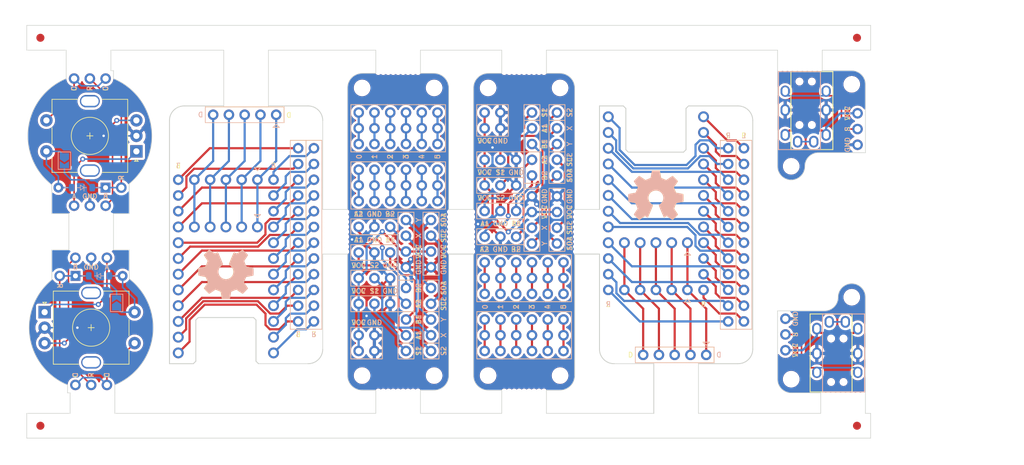
<source format=kicad_pcb>
(kicad_pcb (version 20221018) (generator pcbnew)
  (layers (0 "F.Cu" signal) (31 "B.Cu" signal) (34 "B.Paste" user) (35 "F.Paste" user) (36 "B.SilkS" user "B.Silkscreen") (37 "F.SilkS" user "F.Silkscreen") (38 "B.Mask" user) (39 "F.Mask" user) (44 "Edge.Cuts" user))
  (net 0 "")
  (net 1 "Net-(J4-Pin_1)")
  (net 2 "Net-(J4-Pin_2)")
  (net 3 "Net-(J4-Pin_3)")
  (net 4 "Net-(J4-Pin_4)")
  (net 5 "Net-(J4-Pin_5)")
  (net 6 "Net-(J4-Pin_6)")
  (net 7 "Net-(J4-Pin_7)")
  (net 8 "Net-(J4-Pin_8)")
  (net 9 "Net-(J4-Pin_9)")
  (net 10 "Net-(J5-Pin_1)")
  (net 11 "Net-(J5-Pin_2)")
  (net 12 "Net-(J5-Pin_3)")
  (net 13 "Net-(J5-Pin_4)")
  (net 14 "Net-(J5-Pin_5)")
  (net 15 "Net-(J5-Pin_6)")
  (net 16 "Net-(J5-Pin_7)")
  (net 17 "Net-(J5-Pin_8)")
  (net 18 "Net-(J5-Pin_9)")
  (net 19 "GND")
  (net 20 "Data")
  (net 21 "col0")
  (net 22 "col1")
  (net 23 "col2")
  (net 24 "col3")
  (net 25 "col4")
  (net 26 "col5")
  (net 27 "row0")
  (net 28 "row1")
  (net 29 "row2")
  (net 30 "row3")
  (net 31 "row4")
  (net 32 "row5")
  (net 33 "A1")
  (net 34 "B1")
  (net 35 "VCC")
  (net 36 "SCL")
  (net 37 "SDA")
  (net 38 "X")
  (net 39 "Y")
  (net 40 "Data2")
  (net 41 "A2")
  (net 42 "B2")
  (net 43 "Net-(J22-Pin_1)")
  (net 44 "Net-(J22-Pin_5)")
  (net 45 "Net-(J18-Pin_1)")
  (net 46 "Net-(J18-Pin_2)")
  (net 47 "Net-(J18-Pin_3)")
  (net 48 "Net-(J20-Pin_1)")
  (net 49 "Net-(J20-Pin_2)")
  (net 50 "Net-(J20-Pin_3)")
  (net 51 "Net-(J22-Pin_2)")
  (net 52 "Net-(J22-Pin_3)")
  (net 53 "Net-(J22-Pin_4)")
  (net 54 "row_re")
  (net 55 "Net-(RE1-SW)")
  (net 56 "5V1")
  (net 57 "LTRRS")
  (net 58 "LA11")
  (net 59 "LB11")
  (net 60 "col_re")
  (net 61 "unconnected-(T1-S{slash}No-Pad4)")
  (footprint "MountingHole:MountingHole_2.2mm_M2" (layer "F.Cu") (at 201.66 90.65485)
    (fp_text reference "H3" hide)
    (fp_text value "M2")
  )
  (footprint "DreaM117er-keebLibrary:PinHeader_1x03_P2.54mm_Vertical" (layer "F.Cu") (at 196.08 76.02485)
    (fp_text reference "J18" hide)
    (fp_text value "Elite L" hide)
  )
  (footprint "DreaM117er-keebLibrary:PinHeader_1x03_P2.54mm_Vertical" (layer "F.Cu") (at 140.5 79.20485 90)
    (fp_text reference "J13" hide)
    (fp_text value "5V RGB" hide)
  )
  (footprint "DreaM117er-keebLibrary:PinHeader_1x03_P2.54mm_Vertical" (layer "F.Cu") (at 202.59 81.10485)
    (fp_text reference "J23" hide)
    (fp_text value "Elite L" hide)
  )
  (footprint "Marby_kbd_footprint-main:Breakaway_Tabs" (layer "F.Cu") (at 159.01 71.71985 90)
    (fp_text reference "H23" hide)
    (fp_text value "edge" hide)
  )
  (footprint "Marby_kbd_footprint-main:tooling_hole" (layer "F.Cu") (at 89.210236 103.01485)
    (fp_text reference "H19" hide)
    (fp_text value "tooling hole")
  )
  (footprint "DreaM117er-keebLibrary:RotaryEncoder_EC11" (layer "F.Cu") (at 97.181 56.249 180)
    (fp_text reference "RE1")
    (fp_text value "1")
  )
  (footprint "DreaM117er-keebLibrary:PinHeader_1x04_P2.54mm_Vertical" (layer "F.Cu") (at 152.16 77.44485 180)
    (fp_text reference "J19" hide)
    (fp_text value "OLED" hide)
  )
  (footprint "DreaM117er-keebLibrary:PinHeader_1x06_P2.54mm_Vertical" (layer "F.Cu") (at 140.51 52.48485 90)
    (fp_text reference "J16" hide)
    (fp_text value "main col" hide)
  )
  (footprint "DreaM117er-keebLibrary:PinHeader_1x03_P2.54mm_Vertical" (layer "F.Cu") (at 99.932 75.921 -90)
    (fp_text reference "J26" hide)
    (fp_text value "EC-11" hide)
  )
  (footprint "DreaM117er-keebLibrary:PinHeader_1x04_P2.54mm_Vertical" (layer "F.Cu") (at 148.12 77.44485 180)
    (fp_text reference "J21" hide)
    (fp_text value "Joystick" hide)
  )
  (footprint "DreaM117er-keebLibrary:TRRS-PJ-320A, dual side x2" (layer "F.Cu") (at 212.538 45.885)
    (fp_text reference "T1" hide)
    (fp_text value "AudioJack4" hide)
  )
  (footprint "DreaM117er-keebLibrary:PinHeader_1x06_P2.54mm_Vertical" (layer "F.Cu") (at 140.51 57.56485 90)
    (fp_text reference "J9" hide)
    (fp_text value "main col" hide)
  )
  (footprint "DreaM117er-keebLibrary:PinHeader_1x09_P2.54mm_Vertical" (layer "F.Cu") (at 202.59 58.24485)
    (fp_text reference "J4" hide)
    (fp_text value "Right" hide)
  )
  (footprint "DreaM117er-keebLibrary:PinHeader_1x03_P2.54mm_Vertical" (layer "F.Cu") (at 180.73 76.02485)
    (fp_text reference "J24" hide)
    (fp_text value "Elite R" hide)
  )
  (footprint "DreaM117er-keebLibrary:PinHeader_1x05_P2.54mm_Vertical" (layer "F.Cu") (at 196.51 91.58485 -90)
    (fp_text reference "J6" hide)
    (fp_text value "Down" hide)
  )
  (footprint "MountingHole:MountingHole_2.2mm_M2" (layer "F.Cu") (at 152.659997 94.924851 90)
    (fp_text reference "H7" hide)
    (fp_text value "M2")
  )
  (footprint "Marby_kbd_footprint-main:Breakaway_Tabs" (layer "F.Cu") (at 97.37 69.289)
    (fp_text reference "H28" hide)
    (fp_text value "edge" hide)
  )
  (footprint "MountingHole:MountingHole_2.2mm_M2" (layer "F.Cu") (at 219.966 82.282 180)
    (fp_text reference "H33" hide)
    (fp_text value "M2")
  )
  (footprint "MountingHole:MountingHole_2.2mm_M2" (layer "F.Cu") (at 201.66 53.77485)
    (fp_text reference "H2" hide)
    (fp_text value "M2")
  )
  (footprint "DreaM117er-keebLibrary:MCU_RP2040SuperMini" (layer "F.Cu") (at 188.405 63.32485)
    (fp_text reference "U1")
    (fp_text value "MCU_RP2040SuperMini")
  )
  (footprint "DreaM117er-keebLibrary:PinHeader_1x02_P2.54mm_Vertical" (layer "F.Cu") (at 140.5 90.95485 90)
    (fp_text reference "J1" hide)
    (fp_text value "Power" hide)
  )
  (footprint "MountingHole:MountingHole_2.2mm_M2" (layer "F.Cu") (at 219.966 47.935)
    (fp_text reference "H32" hide)
    (fp_text value "M2")
  )
  (footprint "Marby_kbd_footprint-main:Breakaway_Tabs" (layer "F.Cu") (at 146.86 97.27485 180)
    (fp_text reference "H15" hide)
    (fp_text value "edge" hide)
  )
  (footprint "Marby_kbd_footprint-main:tooling_hole" (layer "F.Cu") (at 220.81 40.42485)
    (fp_text reference "H17" hide)
    (fp_text value "tooling hole")
  )
  (footprint "Marby_kbd_footprint-main:tooling_hole" (layer "F.Cu") (at 89.210236 40.42485)
    (fp_text reference "H16" hide)
    (fp_text value "tooling hole")
  )
  (footprint "MountingHole:MountingHole_2.2mm_M2" (layer "F.Cu") (at 210.21 61.158)
    (fp_text reference "H33" hide)
    (fp_text value "M2")
  )
  (footprint "DreaM117er-keebLibrary:PinHeader_1x03_P2.54mm_Vertical" (layer "F.Cu") (at 200.05 81.10485)
    (fp_text reference "J20" hide)
    (fp_text value "Elite R" hide)
  )
  (footprint "DreaM117er-keebLibrary:PinHeader_1x05_P2.54mm_Vertical" (layer "F.Cu") (at 152.16 90.95485 180)
    (fp_text reference "J14" hide)
    (fp_text value "SignalB" hide)
  )
  (footprint "DreaM117er-keebLibrary:PinHeader_1x03_P2.54mm_Vertical" (layer "F.Cu") (at 209.28 90.832 180)
    (fp_text reference "J25" hide)
    (fp_text value "LTRRS" hide)
  )
  (footprint "DreaM117er-keebLibrary:PinHeader_1x06_P2.54mm_Vertical" (layer "F.Cu") (at 140.51 64.24485 90)
    (fp_text reference "J12" hide)
    (fp_text value "main row" hide)
  )
  (footprint "Marby_kbd_footprint-main:Breakaway_Tabs" (layer "F.Cu") (at 155.41 71.71985 90)
    (fp_text reference "H21" hide)
    (fp_text value "edge" hide)
  )
  (footprint "DreaM117er-keebLibrary:PinHeader_1x01_P2.54mm_Vertical" (layer "F.Cu") (at 92.322 78.841 -90)
    (fp_text reference "J28" hide)
    (fp_text value "row" hide)
  )
  (footprint "Marby_kbd_footprint-main:Breakaway_Tabs" (layer "F.Cu") (at 191.66 93.40485)
    (fp_text reference "H9" hide)
    (fp_text value "edge" hide)
  )
  (footprint "DreaM117er-keebLibrary:PinHeader_1x05_P2.54mm_Vertical" (layer "F.Cu") (at 148.13 90.95485 180)
    (fp_text reference "J8" hide)
    (fp_text value "SignalA" hide)
  )
  (footprint "DreaM117er-keebLibrary:PinHeader_1x03_P2.54mm_Vertical" (layer "F.Cu") (at 94.641 47.005 90)
    (fp_text reference "J27" hide)
    (fp_text value "col" hide)
  )
  (footprint "DreaM117er-keebLibrary:PinHeader_1x02_P2.54mm_Vertical" (layer "F.Cu") (at 140.5 88.41485 90)
    (fp_text reference "J2" hide)
    (fp_text value "Power" hide)
  )
  (footprint "Marby_kbd_footprint-main:Breakaway_Tabs" (layer "F.Cu") (at 218.566 97.805 180)
    (fp_text reference "H27" hide)
    (fp_text value "edge" hide)
  )
  (footprint "DreaM117er-keebLibrary:PinHeader_1x03_P2.54mm_Vertical" (layer "F.Cu") (at 99.932 96.435 -90)
    (fp_text reference "J27" hide)
    (fp_text value "col" hide)
  )
  (footprint "MountingHole:MountingHole_2.2mm_M2" (layer "F.Cu") (at 141.06 48.51485 90)
    (fp_text reference "H5" hide)
    (fp_text value "M2")
  )
  (footprint "Marby_kbd_footprint-main:Breakaway_Tabs" (layer "F.Cu") (at 146.86 45.76485 180)
    (fp_text reference "H13" hide)
    (fp_text value "edge" hide)
  )
  (footprint "MountingHole:MountingHole_2.2mm_M2" (layer "F.Cu") (at 210.21 95.505 180)
    (fp_text reference "H32" hide)
    (fp_text value "M2")
  )
  (footprint "MountingHole:MountingHole_2.2mm_M2" (layer "F.Cu") (at 141.059997 94.924851 90)
    (fp_text reference "H1" hide)
    (fp_text value "M2")
  )
  (footprint "DreaM117er-keebLibrary:PinHeader_1x03_P2.54mm_Vertical" (layer "F.Cu") (at 220.896 52.608)
    (fp_text reference "J25" hide)
    (fp_text value "LTRRS" hide)
  )
  (footprint "DreaM117er-keebLibrary:PinHeader_1x06_P2.54mm_Vertical" (layer "F.Cu") (at 140.51 55.02485 90)
    (fp_text reference "J11" hide)
    (fp_text value "main col" hide)
  )
  (footprint "DreaM117er-keebLibrary:PinHeader_1x03_P2.54mm_Vertical" (layer "F.Cu") (at 140.5 70.92485 90)
    (fp_text reference "J3" hide)
    (fp_text value "Rotray Encoder" hide)
  )
  (footprint "Marby_kbd_footprint-main:Breakaway_Tabs" (layer "F.Cu") (at 122.36 51.42485)
    (fp_text reference "H11" hide)
    (fp_text value "edge" hide)
  )
  (footprint "Marby_kbd_footprint-main:Breakaway_Tabs" (layer "F.Cu") (at 97.602 97.805 180)
    (fp_text reference "H29" hide)
    (fp_text value "edge" hide)
  )
  (footprint "DreaM117er-keebLibrary:PinHeader_1x03_P2.54mm_Vertical" (layer "F.Cu") (at 140.5 83.33485 90)
    (fp_text reference "J7" hide)
    (fp_text value "TRRS" hide)
  )
  (footprint "DreaM117er-keebLibrary:PinHeader_1x01_P2.54mm_Vertical" (layer "F.Cu") (at 102.251 64.599 90)
    (fp_text reference "J28" hide)
    (fp_text value "row" hide)
  )
  (footprint "Marby_kbd_footprint-main:Breakaway_Tabs" (layer "F.Cu") (at 211.61 45.635)
    (fp_text reference "H27" hide)
    (fp_text value "edge" hide)
  )
  (footprint "Marby_kbd_footprint-main:Breakaway_Tabs" (layer "F.Cu") (at 167.16 97.27485 180)
    (fp_text reference "H12" hide)
    (fp_text value "edge" hide)
  )
  (footprint "DreaM117er-keebLibrary:PinHeader_1x03_P2.54mm_Vertical" (layer "F.Cu") (at 94.641 67.519 90)
    (fp_text reference "J26" hide)
    (fp_text value "EC-11" hide)
  )
  (footprint "Marby_kbd_footprint-main:Breakaway_Tabs" (layer "F.Cu") (at 175.71 71.71985 90)
    (fp_text reference "H10" hide)
    (fp_text value "edge" hide)
  )
  (footprint "Symbol:OSHW-Symbol_8.9x8mm_SilkScreen" (layer "F.Cu") (at 188.404574 65.843527)
    (fp_text reference "REF**" hide)
    (fp_text value "OSHW-Symbol_8.9x8mm_SilkScreen" hide)
  )
  (footprint "MountingHole:MountingHole_2.2mm_M2" (layer "F.Cu") (at 181.66 90.65485)
    (fp_text reference "H4" hide)
    (fp_text value "M2")
  )
  (footprint "DreaM117er-keebLibrary:PinHeader_1x09_P2.54mm_Vertical" (layer "F.Cu") (at 200.05 58.24485)
    (fp_text reference "J5" hide)
    (fp_text value "Left" hide)
  )
  (footprint "DreaM117er-keebLibrary:PinHeader_1x06_P2.54mm_Vertical" (layer "F.Cu") (at 140.51 66.78485 90)
    (fp_text reference "J10" hide)
    (fp_text value "main row" hide)
  )
  (footprint "DreaM117er-keebLibrary:PinHeader_1x05_P2.54mm_Vertical" (layer "F.Cu") (at 124.185236 63.32485 -90)
    (fp_text reference "J22" hide)
    (fp_text value "Down" hide)
  )
  (footprint "DreaM117er-keebLibrary:PinHeader_1x03_P2.54mm_Vertical" (layer "F.Cu") (at 140.5 75.06485 90)
    (fp_text reference "J15" hide)
    (fp_text value "Rotray Encoder" hide)
  )
  (footprint "DreaM117er-keebLibrary:TRRS-PJ-320A, dual side x2" (layer "F.Cu") (at 217.638 97.555 180)
    (fp_text reference "T1" hide)
    (fp_text value "AudioJack4" hide)
  )
  (footprint "Marby_kbd_footprint-main:Breakaway_Tabs" (layer "F.Cu") (at 167.16 45.76485 180)
    (fp_text reference "H14" hide)
    (fp_text value "edge" hide)
  )
  (footprint "Marby_kbd_footprint-main:Breakaway_Tabs" (layer "F.Cu") (at 138.71 71.71985 90)
    (fp_text reference "H8" hide)
    (fp_text value "edge" hide)
  )
  (footprint "DreaM117er-keebLibrary:RotaryEncoder_EC11" (layer "F.Cu") (at 97.392 87.191)
    (fp_text reference "RE1")
    (fp_text value "1")
  )
  (footprint "Marby_kbd_footprint-main:Breakaway_Tabs" (layer "F.Cu") (at 97.392 74.151 180)
    (fp_text reference "H28" hide)
    (fp_text value "edge" hide)
  )
  (footprint "Marby_kbd_footprint-main:Breakaway_Tabs" (layer "F.Cu") (at 96.971 45.635)
    (fp_text reference "H29" hide)
    (fp_text value "edge" hide)
  )
  (footprint "MountingHole:MountingHole_2.2mm_M2" (layer "F.Cu") (at 152.66 48.51485 90)
    (fp_text reference "H6" hide)
    (fp_text value "M2")
  )
  (footprint "Symbol:OSHW-Symbol_8.9x8mm_SilkScreen" (layer "F.Cu") (at 119.10481 78.586173 180)
    (fp_text reference "REF**" hide)
    (fp_text value "OSHW-Symbol_8.9x8mm_SilkScreen" hide)
  )
  (footprint "DreaM117er-keebLibrary:PinHeader_1x06_P2.54mm_Vertical" (layer "F.Cu") (at 140.51 61.70485 90)
    (fp_text reference "J17" hide)
    (fp_text value "main row" hide)
  )
  (footprint "Marby_kbd_footprint-main:tooling_hole" (layer "F.Cu") (at 220.81 103.01485)
    (fp_text reference "H18" hide)
    (fp_text value "tooling hole")
  )
  (footprint "Marby_kbd_footprint-main:Breakaway_Tabs" (layer "F.Cu") (at 135.11 71.71985 90)
    (fp_text reference "H20" hide)
    (fp_text value "edge" hide)
  )
  (footprint "Marby_kbd_footprint-main:Breakaway_Tabs" (layer "F.Cu") (at 179.31 71.71985 90)
    (fp_text reference "H22" hide)
    (fp_text value "edge" hide)
  )
  (footprint "DreaM117er-keebLibrary:PinHeader_1x05_P2.54mm_Vertical" (layer "B.Cu") (at 168.430299 52.484553 180)
    (fp_text reference "J8" hide)
    (fp_text value "SignalA" hide)
  )
  (footprint "DreaM117er-keebLibrary:MCU_RP2040SuperMini" (layer "B.Cu") (at 119.105236 81.10485)
    (fp_text reference "U1")
    (fp_text value "MCU_RP2040SuperMini")
  )
  (footprint "MountingHole:MountingHole_2.2mm_M2" (layer "B.Cu") (at 112.360236 53.77485)
    (fp_text reference "H4" hide)
    (fp_text value "M2")
  )
  (footprint "DreaM117er-keebLibrary:PinHeader_1x06_P2.54mm_Vertical" (layer "B.Cu") (at 160.810299 81.734553 -90)
    (fp_text reference "J17" hide)
    (fp_text value "main row" hide)
  )
  (footprint "DreaM117er-keebLibrary:D_DO-35_SOD27_P7.62mm_Horizontal" (layer "B.Cu") (at 95.911 64.599 180)
    (fp_text reference "D1" hide)
    (fp_text value "1N4148_TS" hide)
  )
  (footprint "DreaM117er-keebLibrary:PinHeader_1x02_P2.54mm_Vertical" (layer "B.Cu") (at 160.800299 55.024553 -90)
    (fp_text reference "J2" hide)
    (fp_text value "Power" hide)
  )
  (footprint "MountingHole:MountingHole_2.2mm_M2" (layer "B.Cu") (at 161.360299 94.924553 -90)
    (fp_text reference "H5" hide)
    (fp_text value "M2")
  )
  (footprint "DreaM117er-keebLibrary:PinHeader_1x09_P2.54mm_Vertical" (layer "B.Cu") (at 133.290236 86.18485)
    (fp_text reference "J4" hide)
    (fp_text value "Right" hide)
  )
  (footprint "DreaM117er-keebLibrary:PinHeader_1x05_P2.54mm_Vertical" (layer "B.Cu") (at 172.460299 52.484553 180)
    (fp_text reference "J14" hide)
    (fp_text value "SignalB" hide)
  )
  (footprint "DreaM117er-keebLibrary:PinHeader_1x03_P2.54mm_Vertical" (layer "B.Cu") (at 160.800299 60.104553 -90)
    (fp_text reference "J7" hide)
    (fp_text value "TRRS" hide)
  )
  (footprint "DreaM117er-keebLibrary:PinHeader_1x06_P2.54mm_Vertical" (layer "B.Cu") (at 160.810299 88.414553 -90)
    (fp_text reference "J11" hide)
    (fp_text value "main col" hide)
  )
  (footprint "Symbol:OSHW-Symbol_8.9x8mm_SilkScreen" (layer "B.Cu") (at 119.10481 78.586173)
    (fp_text reference "REF**" hide)
    (fp_text value "OSHW-Symbol_8.9x8mm_SilkScreen" hide)
  )
  (footprint "Symbol:OSHW-Symbol_8.9x8mm_SilkScreen" (layer "B.Cu") (at 188.404574 65.843527 180)
    (fp_text reference "REF**" hide)
    (fp_text value "OSHW-Symbol_8.9x8mm_SilkScreen" hide)
  )
  (footprint "DreaM117er-keebLibrary:PinHeader_1x03_P2.54mm_Vertical" (layer "B.Cu") (at 126.780236 68.40485)
    (fp_text reference "J18" hide)
    (fp_text value "Elite L" hide)
  )
  (footprint "MountingHole:MountingHole_2.2mm_M2" (layer "B.Cu") (at 172.960299 94.924553 -90)
    (fp_text reference "H6" hide)
    (fp_text value "M2")
  )
  (footprint "DreaM117er-keebLibrary:PinHeader_1x03_P2.54mm_Vertical" (layer "B.Cu") (at 111.430236 68.40485)
    (fp_text reference "J24" hide)
    (fp_text value "Elite R" hide)
  )
  (footprint "Jumper:SolderJumper-2_P1.3mm_Open_TrianglePad1.0x1.5mm" (layer "B.Cu") (at 101.492 83.191 90)
    (fp_text reference "JP1" hide)
    (fp_text value "JUMPER")
  )
  (footprint "DreaM117er-keebLibrary:PinHeader_1x02_P2.54mm_Vertical" (layer "B.Cu") (at 160.800299 52.484553 -90)
    (fp_text reference "J1" hide)
    (fp_text value "Power" hide)
  )
  (footprint "MountingHole:MountingHole_2.2mm_M2" (layer "B.Cu") (at 172.960296 48.514552 -90)
    (fp_text reference "H7" hide)
    (fp_text value "M2")
  )
  (footprint "MountingHole:MountingHole_2.2mm_M2" (layer "B.Cu") (at 132.360236 53.77485)
    (fp_text reference "H3" hide)
    (fp_text value "M2")
  )
  (footprint "MountingHole:MountingHole_2.2mm_M2" (layer "B.Cu") (at 161.360296 48.514552 -90)
    (fp_text reference "H1" hide)
    (fp_text value "M2")
  )
  (footprint "MountingHole:MountingHole_2.2mm_M2" (layer "B.Cu") (at 132.360236 90.65485)
    (fp_text reference "H2" hide)
    (fp_text value "M2")
  )
  (footprint "DreaM117er-keebLibrary:PinHeader_1x03_P2.54mm_Vertical" (layer "B.Cu") (at 160.800299 72.514553 -90)
    (fp_text reference "J3" hide)
    (fp_text value "Rotray Encoder" hide)
  )
  (footprint "DreaM117er-keebLibrary:PinHeader_1x06_P2.54mm_Vertical" (layer "B.Cu") (at 160.810299 76.654553 -90)
    (fp_text reference "J10" hide)
    (fp_text value "main row" hide)
  )
  (footprint "DreaM117er-keebLibrary:PinHeader_1x03_P2.54mm_Vertical" (layer "B.Cu") (at 160.800299 64.234553 -90)
    (fp_text reference "J13" hide)
    (fp_text value "5V RGB" hide)
  )
  (footprint "DreaM117er-keebLibrary:PinHeader_1x04_P2.54mm_Vertical" (layer "B.Cu") (at 172.460299 65.994553 180)
    (fp_text reference "J19" hide)
    (fp_text value "OLED" hide)
  )
  (footprint "DreaM117er-keebLibrary:PinHeader_1x04_P2.54mm_Vertical" (layer "B.Cu") (at 168.420299 65.994553 180)
    (fp_text reference "J21" hide)
    (fp_text value "Joystick" hide)
  )
  (footprint "DreaM117er-keebLibrary:PinHeader_1x06_P2.54mm_Vertical" (layer "B.Cu") (at 160.810299 85.874553 -90)
    (fp_text reference "J9" hide)
    (fp_text value "main col" hide)
  )
  (footprint "DreaM117er-keebLibrary:PinHeader_1x09_P2.54mm_Vertical" (layer "B.Cu") (at 130.750236 86.18485)
    (fp_text reference "J5" hide)
    (fp_text value "Left" hide)
  )
  (footprint "DreaM117er-keebLibrary:PinHeader_1x05_P2.54mm_Vertical" (layer "B.Cu") (at 193.485 81.10485 90)
    (fp_text reference "J22" hide)
    (fp_text value "Down" hide)
  )
  (footprint "DreaM117er-keebLibrary:D_DO-35_SOD27_P7.62mm_Horizontal" (layer "B.Cu") (at 98.662 78.841)
    (fp_text reference "D1" hide)
    (fp_text value "1N4148_TS" hide)
  )
  (footprint "Jumper:SolderJumper-2_P1.3mm_Open_TrianglePad1.0x1.5mm" (layer "B.Cu") (at 93.081 60.249 -90)
    (fp_text reference "JP1" hide)
    (fp_text value "JUMPER")
  )
  (footprint "DreaM117er-keebLibrary:PinHeader_1x05_P2.54mm_Vertical" (layer "B.Cu") (at 127.210236 52.84485 90)
    (fp_text reference "J6" hide)
    (fp_text value "Down" hide)
  )
  (footprint "DreaM117er-keebLibrary:PinHeader_1x03_P2.54mm_Vertical" (layer "B.Cu") (at 160.800299 68.374553 -90)
    (fp_text reference "J15" hide)
    (fp_text value "Rotray Encoder" hide)
  )
  (footprint "DreaM117er-keebLibrary:PinHeader_1x06_P2.54mm_Vertical" (layer "B.Cu") (at 160.810299 90.954553 -90)
    (fp_text reference "J16" hide)
    (fp_text value "main col" hide)
  )
  (footprint "DreaM117er-keebLibrary:PinHeader_1x06_P2.54mm_Vertical" (layer "B.Cu") (at 160.810299 79.194553 -90)
    (fp_text reference "J12" hide)
    (fp_text value "main row" hide)
  )
  (footprint "DreaM117er-keebLibrary:PinHeader_1x03_P2.54mm_Vertical" (layer "B.Cu") (at 133.290236 63.32485)
    (fp_text reference "J23" hide)
    (fp_text value "Elite L" hide)
  )
  (footprint "DreaM117er-keebLibrary:PinHeader_1x03_P2.54mm_Vertical" (layer "B.Cu") (at 130.750236 63.32485)
    (fp_text reference "J20" hide)
    (fp_text value "Elite R" hide)
  )
  (gr_line (start 203.86 79.83485) (end 203.86 87.45485) (stroke (width 0.1)) (layer "B.SilkS"))
  (gr_rect (start 159.530299 51.214553) (end 164.610299 56.294553) (stroke (width 0.12)) (fill none) (layer "B.SilkS"))
  (gr_line (start 132.020236 56.97485) (end 132.020236 64.59485) (stroke (width 0.1)) (layer "B.SilkS"))
  (gr_line (start 134.560236 87.45485) (end 129.480236 87.45485) (stroke (width 0.1)) (layer "B.SilkS"))
  (gr_line (start 198.78 79.83485) (end 198.78 87.45485) (stroke (width 0.1)) (layer "B.SilkS"))
  (gr_line (start 198.78 56.97485) (end 203.86 56.97485) (stroke (width 0.1)) (layer "B.SilkS"))
  (gr_rect (start 159.540299 75.384553) (end 174.780299 83.004553) (stroke (width 0.12)) (fill none) (layer "B.SilkS"))
  (gr_rect (start 139.23 87.14485) (end 144.31 92.22485) (stroke (width 0.12)) (fill none) (layer "B.SilkS"))
  (gr_line (start 201.32 79.83485) (end 201.32 87.45485) (stroke (width 0.1)) (layer "B.SilkS"))
  (gr_rect (start 139.24 51.21485) (end 154.48 58.83485) (stroke (width 0.12)) (fill none) (layer "B.SilkS"))
  (gr_rect (start 159.540299 84.604553) (end 174.780299 92.224553) (stroke (width 0.12)) (fill none) (layer "B.SilkS"))
  (gr_line (start 134.560236 56.97485) (end 134.560236 64.59485) (stroke (width 0.1)) (layer "B.SilkS"))
  (gr_line (start 198.78 87.45485) (end 203.86 87.45485) (stroke (width 0.1)) (layer "B.SilkS"))
  (gr_line (start 129.480236 56.97485) (end 129.480236 64.59485) (stroke (width 0.1)) (layer "B.SilkS"))
  (gr_line (start 134.560236 56.97485) (end 129.480236 56.97485) (stroke (width 0.1)) (layer "B.SilkS"))
  (gr_rect (start 139.24 60.43485) (end 154.48 68.05485) (stroke (width 0.12)) (fill none) (layer "B.SilkS"))
  (gr_line (start 129.480236 56.97485) (end 129.480236 64.59485) (stroke (width 0.1)) (layer "F.SilkS"))
  (gr_rect (start 159.530299 51.214553) (end 164.610299 56.294553) (stroke (width 0.12)) (fill none) (layer "F.SilkS"))
  (gr_rect (start 159.540299 84.604553) (end 174.780299 92.224553) (stroke (width 0.12)) (fill none) (layer "F.SilkS"))
  (gr_line (start 201.32 79.83485) (end 201.32 87.45485) (stroke (width 0.1)) (layer "F.SilkS"))
  (gr_line (start 198.78 56.97485) (end 203.86 56.97485) (stroke (width 0.1)) (layer "F.SilkS"))
  (gr_line (start 198.78 87.45485) (end 203.86 87.45485) (stroke (width 0.1)) (layer "F.SilkS"))
  (gr_line (start 134.560236 87.45485) (end 129.480236 87.45485) (stroke (width 0.1)) (layer "F.SilkS"))
  (gr_line (start 132.020236 56.97485) (end 132.020236 64.59485) (stroke (width 0.1)) (layer "F.SilkS"))
  (gr_line (start 134.560236 56.97485) (end 129.480236 56.97485) (stroke (width 0.1)) (layer "F.SilkS"))
  (gr_line (start 198.78 79.83485) (end 198.78 87.45485) (stroke (width 0.1)) (layer "F.SilkS"))
  (gr_rect (start 139.23 87.14485) (end 144.31 92.22485) (stroke (width 0.12)) (fill none) (layer "F.SilkS"))
  (gr_rect (start 139.24 51.21485) (end 154.48 58.83485) (stroke (width 0.12)) (fill none) (layer "F.SilkS"))
  (gr_line (start 134.560236 56.97485) (end 134.560236 64.59485) (stroke (width 0.1)) (layer "F.SilkS"))
  (gr_line (start 203.86 79.83485) (end 203.86 87.45485) (stroke (width 0.1)) (layer "F.SilkS"))
  (gr_rect (start 139.24 60.43485) (end 154.48 68.05485) (stroke (width 0.12)) (fill none) (layer "F.SilkS"))
  (gr_rect (start 159.540299 75.384553) (end 174.780299 83.004553) (stroke (width 0.12)) (fill none) (layer "F.SilkS"))
  (gr_line (start 155.009997 75.31985) (end 155.009997 94.924851) (stroke (width 0.1)) (layer "Edge.Cuts"))
  (gr_line (start 125.96 42.42485) (end 143.26 42.42485) (stroke (width 0.1)) (layer "Edge.Cuts"))
  (gr_arc (start 91.050224 64.149227) (mid 87.271089 54.909723) (end 93.36721 47.004812) (stroke (width 0.1)) (layer "Edge.Cuts"))
  (gr_line (start 179.31 51.42485) (end 179.310063 68.11985) (stroke (width 0.15)) (layer "Edge.Cuts"))
  (gr_line (start 188.06 93.005149) (end 188.06 101.01485) (stroke (width 0.15)) (layer "Edge.Cuts"))
  (gr_line (start 125.960472 51.42485) (end 125.96 42.42485) (stroke (width 0.1)) (layer "Edge.Cuts"))
  (gr_arc (start 103.522776 79.290773) (mid 107.301911 88.530277) (end 101.20579 96.435188) (stroke (width 0.1)) (layer "Edge.Cuts"))
  (gr_line (start 193.655 51.42485) (end 201.66 51.42485) (stroke (width 0.15)) (layer "Edge.Cuts"))
  (gr_line (start 93.582 97.705) (end 93.582 96.435) (stroke (width 0.1)) (layer "Edge.Cuts"))
  (gr_line (start 132.360236 93.00485) (end 124.355236 93.00485) (stroke (width 0.1)) (layer "Edge.Cuts"))
  (gr_arc (start 93.57821 96.435188) (mid 87.501082 88.664008) (end 91.050064 79.459257) (stroke (width 0.1)) (layer "Edge.Cuts"))
  (gr_line (start 155.01 48.51485) (end 155.009997 68.11985) (stroke (width 0.1)) (layer "Edge.Cuts"))
  (gr_line (start 143.26 46.16485) (end 143.26 42.42485) (stroke (width 0.1)) (layer "Edge.Cuts"))
  (gr_line (start 215.21 42.425) (end 215.21 45.735) (stroke (width 0.1)) (layer "Edge.Cuts"))
  (gr_line (start 100.571 42.425) (end 100.571 45.735) (stroke (width 0.1)) (layer "Edge.Cuts"))
  (gr_line (start 100.99216 68.789) (end 100.992 74.651) (stroke (width 0.1)) (layer "Edge.Cuts"))
  (gr_line (start 93.371 47.005) (end 93.371 45.735) (stroke (width 0.1)) (layer "Edge.Cuts"))
  (gr_line (start 94.002 97.705) (end 93.582 97.705) (stroke (width 0.1)) (layer "Edge.Cuts"))
  (gr_line (start 175.310299 75.31985) (end 175.310299 94.924553) (stroke (width 0.15)) (layer "Edge.Cuts"))
  (gr_line (start 87.010236 42.42485) (end 93.371 42.425) (stroke (width 0.1)) (layer "Edge.Cuts"))
  (gr_line (start 123.555236 85.55485) (end 114.655236 85.55485) (stroke (width 0.15)) (layer "Edge.Cuts"))
  (gr_line (start 193.655 51.42485) (end 193.255 51.82485) (stroke (width 0.15)) (layer "Edge.Cuts"))
  (gr_arc (start 110.010236 53.77485) (mid 110.698537 52.113162) (end 112.360236 51.42485) (stroke (width 0.15)) (layer "Edge.Cuts"))
  (gr_line (start 150.46 101.01485) (end 163.56 101.014552) (stroke (width 0.1)) (layer "Edge.Cuts"))
  (gr_line (start 114.255236 92.60485) (end 113.855236 93.00485) (stroke (width 0.15)) (layer "Edge.Cuts"))
  (gr_line (start 143.26 101.01485) (end 143.26 97.274851) (stroke (width 0.1)) (layer "Edge.Cuts"))
  (gr_line (start 134.710236 68.11985) (end 138.71 68.11985) (stroke (width 0.1)) (layer "Edge.Cuts"))
  (gr_line (start 93.371 42.425) (end 93.371 45.735) (stroke (width 0.1)) (layer "Edge.Cuts"))
  (gr_arc (start 219.966 45.735) (mid 221.521635 46.379365) (end 222.166 47.935) (stroke (width 0.1)) (layer "Edge.Cuts"))
  (gr_line (start 112.360236 51.42485) (end 118.76 51.42485) (stroke (width 0.15)) (layer "Edge.Cuts"))
  (gr_line (start 110.010236 93.00485) (end 110.010236 53.77485) (stroke (width 0.15)) (layer "Edge.Cuts"))
  (gr_line (start 150.46 46.164552) (end 150.46 42.42485) (stroke (width 0.1)) (layer "Edge.Cuts"))
  (gr_line (start 123.955236 92.60485) (end 123.955236 85.95485) (stroke (width 0.15)) (layer "Edge.Cuts"))
  (gr_line (start 183.155 51.42485) (end 179.31 51.42485) (stroke (width 0.15)) (layer "Edge.Cuts"))
  (gr_line (start 141.059997 97.274851) (end 143.26 97.274851) (stroke (width 0.1)) (layer "Edge.Cuts"))
  (gr_line (start 93.792 74.651) (end 93.79216 68.789) (stroke (width 0.1)) (layer "Edge.Cuts"))
  (gr_line (start 100.99216 68.789) (end 103.522936 68.789) (stroke (width 0.1)) (layer "Edge.Cuts"))
  (gr_line (start 93.79216 68.789) (end 91.050224 68.789) (stroke (width 0.1)) (layer "Edge.Cuts"))
  (gr_line (start 170.76 42.42485) (end 208.01 42.425) (stroke (width 0.1)) (layer "Edge.Cuts"))
  (gr_line (start 215.566 84.482) (end 208.01 84.482) (stroke (width 0.1)) (layer "Edge.Cuts"))
  (gr_line (start 175.310296 48.514552) (end 175.310299 68.11985) (stroke (width 0.1)) (layer "Edge.Cuts"))
  (gr_line (start 159.010299 75.31985) (end 155.009997 75.31985) (stroke (width 0.15)) (layer "Edge.Cuts"))
  (gr_line (start 150.46 97.274851) (end 152.659997 97.274851) (stroke (width 0.1)) (layer "Edge.Cuts"))
  (gr_line (start 87.010236 101.01485) (end 94.002 101.015) (stroke (width 0.1)) (layer "Edge.Cuts"))
  (gr_arc (start 210.21 97.705) (mid 208.654365 97.060635) (end 208.01 95.505) (stroke (width 0.1)) (layer "Edge.Cuts"))
  (gr_arc (start 155.009997 94.924851) (mid 154.321697 96.58655) (end 152.659997 97.274851) (stroke (width 0.1)) (layer "Edge.Cuts"))
  (gr_line (start 134.710236 53.77485) (end 134.710236 68.11985) (stroke (width 0.1)) (layer "Edge.Cuts"))
  (gr_line (start 222.166 101.015) (end 223.01 101.01485) (stroke (width 0.1)) (layer "Edge.Cuts"))
  (gr_arc (start 217.766 82.282) (mid 217.121635 83.837635) (end 215.566 84.482) (stroke (width 0.1)) (layer "Edge.Cuts"))
  (gr_line (start 101.202 101.015) (end 143.26 101.01485) (stroke (width 0.1)) (layer "Edge.Cuts"))
  (gr_arc (start 152.66 46.16485) (mid 154.321701 46.853149) (end 155.01 48.51485) (stroke (width 0.1)) (layer "Edge.Cuts"))
  (gr_line (start 170.76 46.164552) (end 172.960296 46.164552) (stroke (width 0.1)) (layer "Edge.Cuts"))
  (gr_line (start 159.010299 75.31985) (end 159.010299 94.924553) (stroke (width 0.1)) (layer "Edge.Cuts"))
  (gr_line (start 87.010236 38.42485) (end 223.01 38.42485) (stroke (width 0.1)) (layer "Edge.Cuts"))
  (gr_line (start 101.202 96.435) (end 101.202 97.705) (stroke (width 0.1)) (layer "Edge.Cuts"))
  (gr_line (start 222.166 97.705) (end 222.166 82.282) (stroke (width 0.1)) (layer "Edge.Cuts"))
  (gr_line (start 134.710236 90.65485) (end 134.710236 75.31985) (stroke (width 0.1)) (layer "Edge.Cuts"))
  (gr_line (start 183.555 58.47485) (end 183.555 51.82485) (stroke (width 0.15)) (layer "Edge.Cuts"))
  (gr_line (start 214.966 101.015) (end 214.966 97.705) (stroke (width 0.1)) (layer "Edge.Cuts"))
  (gr_arc (start 161.360299 97.274553) (mid 159.698598 96.586254) (end 159.010299 94.924553) (stroke (width 0.1)) (layer "Edge.Cuts"))
  (gr_line (start 214.966 97.705) (end 210.21 97.705) (stroke (width 0.1)) (layer "Edge.Cuts"))
  (gr_arc (start 201.66 51.42485) (mid 203.321701 52.113149) (end 204.01 53.77485) (stroke (width 0.15)) (layer "Edge.Cuts"))
  (gr_arc (start 159.010296 48.514552) (mid 159.698594 46.852848) (end 161.360296 46.164552) (stroke (width 0.1)) (layer "Edge.Cuts"))
  (gr_arc (start 175.310299 94.924553) (mid 174.621999 96.586252) (end 172.960299 97.274553) (stroke (width 0.1)) (layer "Edge.Cuts"))
  (gr_line (start 170.76 46.164552) (end 170.76 42.42485) (stroke (width 0.1)) (layer "Edge.Cuts"))
  (gr_line (start 163.56 46.164552) (end 163.56 42.42485) (stroke (width 0.1)) (layer "Edge.Cuts"))
  (gr_line (start 215.21 45.735) (end 219.966 45.735) (stroke (width 0.1)) (layer "Edge.Cuts"))
  (gr_line (start 150.46 46.164552) (end 152.66 46.16485) (stroke (width 0.1)) (layer "Edge.Cuts"))
  (gr_line (start 222.166 101.015) (end 222.166 97.705) (stroke (width 0.1)) (layer "Edge.Cuts"))
  (gr_line (start 208.01 95.505) (end 208.01 84.482) (stroke (width 0.1)) (layer "Edge.Cuts"))
  (gr_line (start 123.955236 92.60485) (end 124.355236 93.00485) (stroke (width 0.15)) (layer "Edge.Cuts"))
  (gr_line (start 100.571 45.735) (end 100.991 45.735) (stroke (width 0.1)) (layer "Edge.Cuts"))
  (gr_line (start 208.01 45.735) (end 208.01 61.158) (stroke (width 0.1)) (layer "Edge.Cuts"))
  (gr_arc (start 212.41 61.158) (mid 213.054365 59.602365) (end 214.61 58.958) (stroke (width 0.1)) (layer "Edge.Cuts"))
  (gr_line (start 223.01 101.01485) (end 223.01 105.01485) (stroke (width 0.1)) (layer "Edge.Cuts"))
  (gr_line (start 223.01 38.42485) (end 223.01 42.42485) (stroke (width 0.1)) (layer "Edge.Cuts"))
  (gr_line (start 103.522936 63.980743) (end 103.522936 68.789) (stroke (width 0.1)) (layer "Edge.Cuts"))
  (gr_line (start 114.255236 92.60485) (end 114.255236 85.95485) (stroke (width 0.15)) (layer "Edge.Cuts"))
  (gr_line (start 138.71 68.11985) (end 138.71 48.51485) (stroke (width 0.1)) (layer "Edge.Cuts"))
  (gr_arc (start 210.21 63.358) (mid 208.654365 62.713635) (end 208.01 61.158) (stroke (width 0.1)) (layer "Edge.Cuts"))
  (gr_line (start 123.955236 85.95485) (end 123.555236 85.55485) (stroke (width 0.15)) (layer "Edge.Cuts"))
  (gr_arc (start 212.41 61.158) (mid 211.765635 62.713635) (end 210.21 63.358) (stroke (width 0.1)) (layer "Edge.Cuts"))
  (gr_line (start 87.010236 38.42485) (end 87.010236 42.42485) (stroke (width 0.1)) (layer "Edge.Cuts"))
  (gr_line (start 179.310063 75.31985) (end 179.31 90.65485) (stroke (width 0.15)) (layer "Edge.Cuts"))
  (gr_line (start 204.01 53.77485) (end 204.01 90.65485) (stroke (width 0.15)) (layer "Edge.Cuts"))
  (gr_line (start 163.56 42.42485) (end 150.46 42.42485) (stroke (width 0.1)) (layer "Edge.Cuts"))
  (gr_line (start 100.992 74.651) (end 103.522776 74.651) (stroke (width 0.1)) (layer "Edge.Cuts"))
  (gr_line (start 183.955 58.87485) (end 192.855 58.87485) (stroke (width 0.15)) (layer "Edge.Cuts"))
  (gr_line (start 192.855 58.87485) (end 193.255 58.47485) (stroke (width 0.15)) (layer "Edge.Cuts"))
  (gr_line (start 181.66 93.00485) (end 188.06 93.005149) (stroke (width 0.1)) (layer "Edge.Cuts"))
  (gr_arc (start 134.710236 90.65485) (mid 134.021939 92.316564) (end 132.360236 93.00485) (stroke (width 0.15)) (layer "Edge.Cuts"))
  (gr_line (start 134.710236 75.31985) (end 138.71 75.31985) (stroke (width 0.1)) (layer "Edge.Cuts"))
  (gr_line (start 100.991 45.735) (end 100.991 47.005) (stroke (width 0.1)) (layer "Edge.Cuts"))
  (gr_line (start 118.76 51.42485) (end 118.76 42.42485) (stroke (width 0.1)) (layer "Edge.Cuts"))
  (gr_arc (start 219.966 80.082) (mid 221.521635 80.726365) (end 222.166 82.282) (stroke (width 0.1)) (layer "Edge.Cuts"))
  (gr_line (start 141.06 46.16485) (end 143.26 46.16485) (stroke (width 0.1)) (layer "Edge.Cuts"))
  (gr_line (start 91.050064 79.459257) (end 91.050064 74.651) (stroke (width 0.1)) (layer "Edge.Cuts"))
  (gr_arc (start 181.66 93.00485) (mid 179.998299 92.316551) (end 179.31 90.65485) (stroke (width 0.15)) (layer "Edge.Cuts"))
  (gr_line (start 170.76 101.01485) (end 170.76 97.274851) (stroke (width 0.1)) (layer "Edge.Cuts"))
  (gr_line (start 94.002 101.015) (end 94.002 97.705) (stroke (width 0.1)) (layer "Edge.Cuts"))
  (gr_line (start 193.255 58.47485) (end 193.255 51.82485) (stroke (width 0.15)) (layer "Edge.Cuts"))
  (gr_line (start 87.010236 105.01485) (end 223.01 105.01485) (stroke (width 0.1)) (layer "Edge.Cuts"))
  (gr_line (start 222.166 47.935) (end 222.166 58.958) (stroke (width 0.1)) (layer "Edge.Cuts"))
  (gr_arc (start 204.01 90.65485) (mid 203.321701 92.316551) (end 201.66 93.00485) (stroke (width 0.15)) (layer "Edge.Cuts"))
  (gr_line (start 183.155 51.42485) (end 183.555 51.82485) (stroke (width 0.15)) (layer "Edge.Cuts"))
  (gr_line (start 110.010236 93.00485) (end 113.855236 93.00485) (stroke (width 0.15)) (layer "Edge.Cuts"))
  (gr_arc (start 172.960296 46.164552) (mid 174.621999 46.85285) (end 175.310296 48.514552) (stroke (width 0.1)) (layer "Edge.Cuts"))
  (gr_arc (start 141.059997 97.274851) (mid 139.398298 96.586551) (end 138.709997 94.924851) (stroke (width 0.1)) (layer "Edge.Cuts"))
  (gr_line (start 214.61 58.958) (end 222.166 58.958) (stroke (width 0.1)) (layer "Edge.Cuts"))
  (gr_line (start 100.571 42.425) (end 118.76 42.42485) (stroke (width 0.1)) (layer "Edge.Cuts"))
  (gr_line (start 93.792 74.651) (end 91.050064 74.651) (stroke (width 0.1)) (layer "Edge.Cuts"))
  (gr_line (start 179.310063 75.31985) (end 175.310299 75.31985) (stroke (width 0.15)) (layer "Edge.Cuts"))
  (gr_line (start 114.255236 85.95485) (end 114.655236 85.55485) (stroke (width 0.15)) (layer "Edge.Cuts"))
  (gr_arc (start 138.71 48.51485) (mid 139.398299 46.853149) (end 141.06 46.16485) (stroke (width 0.1)) (layer "Edge.Cuts"))
  (gr_line (start 208.01 42.425) (end 208.01 45.735) (stroke (width 0.1)) (layer "Edge.Cuts"))
  (gr_line (start 159.010299 68.11985) (end 159.010296 48.514552) (stroke (width 0.1)) (layer "Edge.Cuts"))
  (gr_line (start 87.010236 101.01485) (end 87.010236 105.01485) (stroke (width 0.1)) (layer "Edge.Cuts"))
  (gr_line (start 138.709997 94.924851) (end 138.71 75.31985) (stroke (width 0.1)) (layer "Edge.Cuts"))
  (gr_line (start 155.009997 68.11985) (end 159.010299 68.11985) (stroke (width 0.1)) (layer "Edge.Cuts"))
  (gr_line (start 188.06 101.01485) (end 170.76 101.01485) (stroke (width 0.1)) (layer "Edge.Cuts"))
  (gr_line (start 163.56 101.014552) (end 163.56 97.274553) (stroke (width 0.1)) (layer "Edge.Cuts"))
  (gr_line (start 91.050224 64.149227) (end 91.050224 68.789) (stroke (width 0.1)) (layer "Edge.Cuts"))
  (gr_line (start 103.522776 79.290773) (end 103.522776 74.651) (stroke (width 0.1)) (layer "Edge.Cuts"))
  (gr_line (start 150.46 101.01485) (end 150.46 97.274851) (stroke (width 0.1)) (layer "Edge.Cuts"))
  (gr_line (start 163.56 46.164552) (end 161.360296 46.164552) (stroke (width 0.1)) (layer "Edge.Cuts"))
  (gr_line (start 125.960472 51.42485) (end 132.360236 51.42485) (stroke (width 0.15)) (layer "Edge.Cuts"))
  (gr_line (start 175.310299 68.11985) (end 179.310063 68.11985) (stroke (width 0.1)) (layer "Edge.Cuts"))
  (gr_line (start 163.56 97.274553) (end 161.360299 97.274553) (stroke (width 0.1)) (layer "Edge.Cuts"))
  (gr_arc (start 100.99479 47.004812) (mid 107.071918 54.775992) (end 103.522936 63.980743) (stroke (width 0.1)) (layer "Edge.Cuts"))
  (gr_line (start 195.26 101.01485) (end 214.966 101.015) (stroke (width 0.1)) (layer "Edge.Cuts"))
  (gr_arc (start 132.360236 51.42485) (mid 134.021914 52.113162) (end 134.710236 53.77485) (stroke (width 0.15)) (layer "Edge.Cuts"))
  (gr_line (start 101.202 101.015) (end 101.202 97.705) (stroke (width 0.1)) (layer "Edge.Cuts"))
  (gr_line (start 170.76 97.274851) (end 172.960299 97.274553) (stroke (width 0.1)) (layer "Edge.Cuts"))
  (gr_arc (start 217.766 82.282) (mid 218.410365 80.726365) (end 219.966 80.082) (stroke (width 0.1)) (layer "Edge.Cuts"))
  (gr_line (start 195.26 101.01485) (end 195.26 93.005149) (stroke (width 0.1)) (layer "Edge.Cuts"))
  (gr_line (start 215.21 42.425) (end 223.01 42.42485) (stroke (width 0.1)) (layer "Edge.Cuts"))
  (gr_line (start 201.66 93.00485) (end 195.26 93.005149) (stroke (width 0.15)) (layer "Edge.Cuts"))
  (gr_line (start 183.955 58.87485) (end 183.555 58.47485) (stroke (width 0.15)) (layer "Edge.Cuts"))
  (segment (start 199.897 56.98185) (end 201.327 56.98185) (width 0.35) (layer "F.Cu") (net 1))
  (segment (start 196.08 53.16485) (end 199.897 56.98185) (width 0.35) (layer "F.Cu") (net 1))
  (segment (start 201.327 56.98185) (end 202.59 58.24485) (width 0.35) (layer "F.Cu") (net 1))
  (segment (start 126.780236 91.26485) (end 130.597236 87.44785) (width 0.35) (layer "B.Cu") (net 1))
  (segment (start 130.597236 87.44785) (end 132.027236 87.44785) (width 0.35) (layer "B.Cu") (net 1))
  (segment (start 132.027236 87.44785) (end 133.290236 86.18485) (width 0.35) (layer "B.Cu") (net 1))
  (segment (start 198.07 58.78685) (end 198.785 59.50185) (width 0.35) (layer "F.Cu") (net 2))
  (segment (start 196.08 55.70485) (end 198.07 57.69485) (width 0.35) (layer "F.Cu") (net 2))
  (segment (start 198.785 59.50185) (end 201.325 59.50185) (width 0.35) (layer "F.Cu") (net 2))
  (segment (start 202.59 60.76685) (end 202.59 60.78485) (width 0.35) (layer "F.Cu") (net 2))
  (segment (start 201.325 59.50185) (end 202.59 60.76685) (width 0.35) (layer "F.Cu") (net 2))
  (segment (start 198.07 57.69485) (end 198.07 58.78685) (width 0.35) (layer "F.Cu") (net 2))
  (segment (start 126.780236 88.72485) (end 128.770236 86.73485) (width 0.35) (layer "B.Cu") (net 2))
  (segment (start 133.290236 83.66285) (end 133.290236 83.64485) (width 0.35) (layer "B.Cu") (net 2))
  (segment (start 128.770236 85.64285) (end 129.485236 84.92785) (width 0.35) (layer "B.Cu") (net 2))
  (segment (start 132.025236 84.92785) (end 133.290236 83.66285) (width 0.35) (layer "B.Cu") (net 2))
  (segment (start 128.770236 86.73485) (end 128.770236 85.64285) (width 0.35) (layer "B.Cu") (net 2))
  (segment (start 129.485236 84.92785) (end 132.025236 84.92785) (width 0.35) (layer "B.Cu") (net 2))
  (segment (start 196.08 58.24485) (end 198.06 60.22485) (width 0.35) (layer "F.Cu") (net 3))
  (segment (start 198.675 62.05185) (end 201.317 62.05185) (width 0.35) (layer "F.Cu") (net 3))
  (segment (start 198.06 60.22485) (end 198.06 61.43685) (width 0.35) (layer "F.Cu") (net 3))
  (segment (start 198.06 61.43685) (end 198.675 62.05185) (width 0.35) (layer "F.Cu") (net 3))
  (segment (start 201.317 62.05185) (end 202.59 63.32485) (width 0.35) (layer "F.Cu") (net 3))
  (segment (start 128.760236 84.20485) (end 128.760236 82.99285) (width 0.35) (layer "B.Cu") (net 3))
  (segment (start 128.760236 82.99285) (end 129.375236 82.37785) (width 0.35) (layer "B.Cu") (net 3))
  (segment (start 126.780236 86.18485) (end 128.760236 84.20485) (width 0.35) (layer "B.Cu") (net 3))
  (segment (start 132.017236 82.37785) (end 133.290236 81.10485) (width 0.35) (layer "B.Cu") (net 3))
  (segment (start 129.375236 82.37785) (end 132.017236 82.37785) (width 0.35) (layer "B.Cu") (net 3))
  (segment (start 198.785 64.59185) (end 201.317 64.59185) (width 0.35) (layer "F.Cu") (net 4))
  (segment (start 196.08 60.78485) (end 198.06 62.76485) (width 0.35) (layer "F.Cu") (net 4))
  (segment (start 201.317 64.59185) (end 202.59 65.86485) (width 0.35) (layer "F.Cu") (net 4))
  (segment (start 198.06 63.86685) (end 198.785 64.59185) (width 0.35) (layer "F.Cu") (net 4))
  (segment (start 198.06 62.76485) (end 198.06 63.86685) (width 0.35) (layer "F.Cu") (net 4))
  (segment (start 126.780236 83.64485) (end 128.760236 81.66485) (width 0.35) (layer "B.Cu") (net 4))
  (segment (start 132.017236 79.83785) (end 133.290236 78.56485) (width 0.35) (layer "B.Cu") (net 4))
  (segment (start 129.485236 79.83785) (end 132.017236 79.83785) (width 0.35) (layer "B.Cu") (net 4))
  (segment (start 128.760236 80.56285) (end 129.485236 79.83785) (width 0.35) (layer "B.Cu") (net 4))
  (segment (start 128.760236 81.66485) (end 128.760236 80.56285) (width 0.35) (layer "B.Cu") (net 4))
  (segment (start 201.317 67.13185) (end 202.59 68.40485) (width 0.35) (layer "F.Cu") (net 5))
  (segment (start 198.785 67.13185) (end 201.317 67.13185) (width 0.35) (layer "F.Cu") (net 5))
  (segment (start 198.06 65.30485) (end 198.06 66.40685) (width 0.35) (layer "F.Cu") (net 5))
  (segment (start 196.08 63.32485) (end 198.06 65.30485) (width 0.35) (layer "F.Cu") (net 5))
  (segment (start 198.06 66.40685) (end 198.785 67.13185) (width 0.35) (layer "F.Cu") (net 5))
  (segment (start 128.760236 79.12485) (end 128.760236 78.02285) (width 0.35) (layer "B.Cu") (net 5))
  (segment (start 132.017236 77.29785) (end 133.290236 76.02485) (width 0.35) (layer "B.Cu") (net 5))
  (segment (start 126.780236 81.10485) (end 128.760236 79.12485) (width 0.35) (layer "B.Cu") (net 5))
  (segment (start 128.760236 78.02285) (end 129.485236 77.29785) (width 0.35) (layer "B.Cu") (net 5))
  (segment (start 129.485236 77.29785) (end 132.017236 77.29785) (width 0.35) (layer "B.Cu") (net 5))
  (segment (start 198.05 68.93685) (end 198.785 69.67185) (width 0.35) (layer "F.Cu") (net 6))
  (segment (start 196.08 65.86485) (end 198.05 67.83485) (width 0.35) (layer "F.Cu") (net 6))
  (segment (start 201.317 69.67185) (end 202.59 70.94485) (width 0.35) (layer "F.Cu") (net 6))
  (segment (start 198.785 69.67185) (end 201.317 69.67185) (width 0.35) (layer "F.Cu") (net 6))
  (segment (start 198.05 67.83485) (end 198.05 68.93685) (width 0.35) (layer "F.Cu") (net 6))
  (segment (start 126.780236 78.56485) (end 128.750236 76.59485) (width 0.35) (layer "B.Cu") (net 6))
  (segment (start 128.750236 76.59485) (end 128.750236 75.49285) (width 0.35) (layer "B.Cu") (net 6))
  (segment (start 128.750236 75.49285) (end 129.485236 74.75785) (width 0.35) (layer "B.Cu") (net 6))
  (segment (start 132.017236 74.75785) (end 133.290236 73.48485) (width 0.35) (layer "B.Cu") (net 6))
  (segment (start 129.485236 74.75785) (end 132.017236 74.75785) (width 0.35) (layer "B.Cu") (net 6))
  (segment (start 198.05 71.47685) (end 198.785 72.21185) (width 0.35) (layer "F.Cu") (net 7))
  (segment (start 201.317 72.21185) (end 202.59 73.48485) (width 0.35) (layer "F.Cu") (net 7))
  (segment (start 196.08 68.40485) (end 198.05 70.37485) (width 0.35) (layer "F.Cu") (net 7))
  (segment (start 198.05 70.37485) (end 198.05 71.47685) (width 0.35) (layer "F.Cu") (net 7))
  (segment (start 198.785 72.21185) (end 201.317 72.21185) (width 0.35) (layer "F.Cu") (net 7))
  (segment (start 128.750236 72.95285) (end 129.485236 72.21785) (width 0.35) (layer "B.Cu") (net 7))
  (segment (start 129.485236 72.21785) (end 132.017236 72.21785) (width 0.35) (layer "B.Cu") (net 7))
  (segment (start 132.017236 72.21785) (end 133.290236 70.94485) (width 0.35) (layer "B.Cu") (net 7))
  (segment (start 126.780236 76.02485) (end 128.750236 74.05485) (width 0.35) (layer "B.Cu") (net 7))
  (segment (start 128.750236 74.05485) (end 128.750236 72.95285) (width 0.35) (layer "B.Cu") (net 7))
  (segment (start 198.05 72.91485) (end 198.05 74.01685) (width 0.35) (layer "F.Cu") (net 8))
  (segment (start 201.32 74.75485) (end 202.59 76.02485) (width 0.35) (layer "F.Cu") (net 8))
  (segment (start 196.08 70.94485) (end 198.05 72.91485) (width 0.35) (layer "F.Cu") (net 8))
  (segment (start 198.788 74.75485) (end 201.32 74.75485) (width 0.35) (layer "F.Cu") (net 8))
  (segment (start 198.05 74.01685) (end 198.788 74.75485) (width 0.35) (layer "F.Cu") (net 8))
  (segment (start 126.780236 73.48485) (end 128.750236 71.51485) (width 0.35) (layer "B.Cu") (net 8))
  (segment (start 128.750236 71.51485) (end 128.750236 70.41285) (width 0.35) (layer "B.Cu") (net 8))
  (segment (start 129.488236 69.67485) (end 132.020236 69.67485) (width 0.35) (layer "B.Cu") (net 8))
  (segment (start 132.020236 69.67485) (end 133.290236 68.40485) (width 0.35) (layer "B.Cu") (net 8))
  (segment (start 128.750236 70.41285) (end 129.488236 69.67485) (width 0.35) (layer "B.Cu") (net 8))
  (segment (start 196.08 73.48485) (end 198.05 75.45485) (width 0.35) (layer "F.Cu") (net 9))
  (segment (start 198.05 75.45485) (end 198.05 76.54485) (width 0.35) (layer "F.Cu") (net 9))
  (segment (start 198.05 76.54485) (end 198.8 77.29485) (width 0.35) (layer "F.Cu") (net 9))
  (segment (start 198.8 77.29485) (end 201.32 77.29485) (width 0.35) (layer "F.Cu") (net 9))
  (segment (start 201.32 77.29485) (end 202.59 78.56485) (width 0.35) (layer "F.Cu") (net 9))
  (segment (start 132.020236 67.13485) (end 133.290236 65.86485) (width 0.35) (layer "B.Cu") (net 9))
  (segment (start 129.500236 67.13485) (end 132.020236 67.13485) (width 0.35) (layer "B.Cu") (net 9))
  (segment (start 128.750236 68.97485) (end 128.750236 67.88485) (width 0.35) (layer "B.Cu") (net 9))
  (segment (start 128.750236 67.88485) (end 129.500236 67.13485) (width 0.35) (layer "B.Cu") (net 9))
  (segment (start 126.780236 70.94485) (end 128.750236 68.97485) (width 0.35) (layer "B.Cu") (net 9))
  (segment (start 115.692872 83.47785) (end 113.250236 85.920486) (width 0.35) (layer "F.Cu") (net 10))
  (segment (start 124.035418 83.47785) (end 115.692872 83.47785) (width 0.35) (layer "F.Cu") (net 10))
  (segment (start 126.190236 87.45485) (end 125.490236 86.75485) (width 0.35) (layer "F.Cu") (net 10))
  (segment (start 128.988054 86.18485) (end 127.718054 87.45485) (width 0.35) (layer "F.Cu") (net 10))
  (segment (start 113.250236 89.44485) (end 111.430236 91.26485) (width 0.35) (layer "F.Cu") (net 10))
  (segment (start 113.250236 85.920486) (end 113.250236 89.44485) (width 0.35) (layer "F.Cu") (net 10))
  (segment (start 130.750236 86.18485) (end 128.988054 86.18485) (width 0.35) (layer "F.Cu") (net 10))
  (segment (start 125.490236 86.75485) (end 125.490236 84.932668) (width 0.35) (layer "F.Cu") (net 10))
  (segment (start 127.718054 87.45485) (end 126.190236 87.45485) (width 0.35) (layer "F.Cu") (net 10))
  (segment (start 125.490236 84.932668) (end 124.035418 83.47785) (width 0.35) (layer "F.Cu") (net 10))
  (segment (start 197.017818 56.97485) (end 195.49 56.97485) (width 0.35) (layer "B.Cu") (net 10))
  (segment (start 182.55 54.98485) (end 180.73 53.16485) (width 0.35) (layer "B.Cu") (net 10))
  (segment (start 193.335182 60.95185) (end 184.992636 60.95185) (width 0.35) (layer "B.Cu") (net 10))
  (segment (start 200.05 58.24485) (end 198.287818 58.24485) (width 0.35) (layer "B.Cu") (net 10))
  (segment (start 195.49 56.97485) (end 194.79 57.67485) (width 0.35) (layer "B.Cu") (net 10))
  (segment (start 182.55 58.509214) (end 182.55 54.98485) (width 0.35) (layer "B.Cu") (net 10))
  (segment (start 194.79 57.67485) (end 194.79 59.497032) (width 0.35) (layer "B.Cu") (net 10))
  (segment (start 194.79 59.497032) (end 193.335182 60.95185) (width 0.35) (layer "B.Cu") (net 10))
  (segment (start 198.287818 58.24485) (end 197.017818 56.97485) (width 0.35) (layer "B.Cu") (net 10))
  (segment (start 184.992636 60.95185) (end 182.55 58.509214) (width 0.35) (layer "B.Cu") (net 10))
  (segment (start 127.718054 84.91485) (end 126.250236 84.91485) (width 0.35) (layer "F.Cu") (net 11))
  (segment (start 112.700236 85.692668) (end 112.700236 87.45485) (width 0.35) (layer "F.Cu") (net 11))
  (segment (start 115.465054 82.92785) (end 112.700236 85.692668) (width 0.35) (layer "F.Cu") (net 11))
  (segment (start 128.988054 83.64485) (end 127.718054 84.91485) (width 0.35) (layer "F.Cu") (net 11))
  (segment (start 124.263236 82.92785) (end 115.465054 82.92785) (width 0.35) (layer "F.Cu") (net 11))
  (segment (start 112.700236 87.45485) (end 111.430236 88.72485) (width 0.35) (layer "F.Cu") (net 11))
  (segment (start 126.250236 84.91485) (end 124.263236 82.92785) (width 0.35) (layer "F.Cu") (net 11))
  (segment (start 130.750236 83.64485) (end 128.988054 83.64485) (width 0.35) (layer "F.Cu") (net 11))
  (segment (start 182 58.737032) (end 182 56.97485) (width 0.35) (layer "B.Cu") (net 11))
  (segment (start 195.55 59.51485) (end 193.563 61.50185) (width 0.35) (layer "B.Cu") (net 11))
  (segment (start 197.017818 59.51485) (end 195.55 59.51485) (width 0.35) (layer "B.Cu") (net 11))
  (segment (start 182 56.97485) (end 180.73 55.70485) (width 0.35) (layer "B.Cu") (net 11))
  (segment (start 184.764818 61.50185) (end 182 58.737032) (width 0.35) (layer "B.Cu") (net 11))
  (segment (start 193.563 61.50185) (end 184.764818 61.50185) (width 0.35) (layer "B.Cu") (net 11))
  (segment (start 198.287818 60.78485) (end 197.017818 59.51485) (width 0.35) (layer "B.Cu") (net 11))
  (segment (start 200.05 60.78485) (end 198.287818 60.78485) (width 0.35) (layer "B.Cu") (net 11))
  (segment (start 115.237236 82.37785) (end 111.430236 86.18485) (width 0.35) (layer "F.Cu") (net 12))
  (segment (start 130.750236 81.10485) (end 129.477236 82.37785) (width 0.35) (layer "F.Cu") (net 12))
  (segment (start 129.477236 82.37785) (end 115.237236 82.37785) (width 0.35) (layer "F.Cu") (net 12))
  (segment (start 184.537 62.05185) (end 180.73 58.24485) (width 0.35) (layer "B.Cu") (net 12))
  (segment (start 198.777 62.05185) (end 184.537 62.05185) (width 0.35) (layer "B.Cu") (net 12))
  (segment (start 200.05 63.32485) (end 198.777 62.05185) (width 0.35) (layer "B.Cu") (net 12))
  (segment (start 130.750236 78.56485) (end 129.477236 79.83785) (width 0.35) (layer "F.Cu") (net 13))
  (segment (start 129.477236 79.83785) (end 115.237236 79.83785) (width 0.35) (layer "F.Cu") (net 13))
  (segment (start 115.237236 79.83785) (end 111.430236 83.64485) (width 0.35) (layer "F.Cu") (net 13))
  (segment (start 200.05 65.86485) (end 198.777 64.59185) (width 0.35) (layer "B.Cu") (net 13))
  (segment (start 184.537 64.59185) (end 180.73 60.78485) (width 0.35) (layer "B.Cu") (net 13))
  (segment (start 198.777 64.59185) (end 184.537 64.59185) (width 0.35) (layer "B.Cu") (net 13))
  (segment (start 129.467236 77.30785) (end 115.227236 77.30785) (width 0.35) (layer "F.Cu") (net 14))
  (segment (start 115.227236 77.30785) (end 111.430236 81.10485) (width 0.35) (layer "F.Cu") (net 14))
  (segment (start 130.750236 76.02485) (end 129.467236 77.30785) (width 0.35) (layer "F.Cu") (net 14))
  (segment (start 200.05 68.40485) (end 198.767 67.12185) (width 0.35) (layer "B.Cu") (net 14))
  (segment (start 184.527 67.12185) (end 180.73 63.32485) (width 0.35) (layer "B.Cu") (net 14))
  (segment (start 198.767 67.12185) (end 184.527 67.12185) (width 0.35) (layer "B.Cu") (net 14))
  (segment (start 129.477236 74.75785) (end 115.237236 74.75785) (width 0.35) (layer "F.Cu") (net 15))
  (segment (start 115.237236 74.75785) (end 111.430236 78.56485) (width 0.35) (layer "F.Cu") (net 15))
  (segment (start 130.750236 73.48485) (end 129.477236 74.75785) (width 0.35) (layer "F.Cu") (net 15))
  (segment (start 200.05 70.94485) (end 198.777 69.67185) (width 0.35) (layer "B.Cu") (net 15))
  (segment (start 198.777 69.67185) (end 184.537 69.67185) (width 0.35) (layer "B.Cu") (net 15))
  (segment (start 184.537 69.67185) (end 180.73 65.86485) (width 0.35) (layer "B.Cu") (net 15))
  (segment (start 129.461536 72.23355) (end 126.181536 72.23355) (width 0.35) (layer "F.Cu") (net 16))
  (segment (start 113.340236 74.11485) (end 111.430236 76.02485) (width 0.35) (layer "F.Cu") (net 16))
  (segment (start 124.300236 74.11485) (end 113.340236 74.11485) (width 0.35) (layer "F.Cu") (net 16))
  (segment (start 126.181536 72.23355) (end 124.300236 74.11485) (width 0.35) (layer "F.Cu") (net 16))
  (segment (start 130.750236 70.94485) (end 129.461536 72.23355) (width 0.35) (layer "F.Cu") (net 16))
  (segment (start 193.6 70.31485) (end 182.64 70.31485) (width 0.35) (layer "B.Cu") (net 16))
  (segment (start 200.05 73.48485) (end 198.7613 72.19615) (width 0.35) (layer "B.Cu") (net 16))
  (segment (start 195.4813 72.19615) (end 193.6 70.31485) (width 0.35) (layer "B.Cu") (net 16))
  (segment (start 182.64 70.31485) (end 180.73 68.40485) (width 0.35) (layer "B.Cu") (net 16))
  (segment (start 198.7613 72.19615) (end 195.4813 72.19615) (width 0.35) (layer "B.Cu") (net 16))
  (segment (start 111.430236 73.48485) (end 124.152418 73.48485) (width 0.35) (layer "F.Cu") (net 17))
  (segment (start 124.152418 73.48485) (end 125.480236 72.157032) (width 0.35) (layer "F.Cu") (net 17))
  (segment (start 126.230236 69.65485) (end 129.500236 69.65485) (width 0.35) (layer "F.Cu") (net 17))
  (segment (start 125.480236 70.40485) (end 126.230236 69.65485) (width 0.35) (layer "F.Cu") (net 17))
  (segment (start 125.480236 72.157032) (end 125.480236 70.40485) (width 0.35) (layer "F.Cu") (net 17))
  (segment (start 129.500236 69.65485) (end 130.750236 68.40485) (width 0.35) (layer "F.Cu") (net 17))
  (segment (start 194.78 72.272668) (end 194.78 74.02485) (width 0.35) (layer "B.Cu") (net 17))
  (segment (start 195.53 74.77485) (end 198.8 74.77485) (width 0.35) (layer "B.Cu") (net 17))
  (segment (start 198.8 74.77485) (end 200.05 76.02485) (width 0.35) (layer "B.Cu") (net 17))
  (segment (start 180.73 70.94485) (end 193.452182 70.94485) (width 0.35) (layer "B.Cu") (net 17))
  (segment (start 193.452182 70.94485) (end 194.78 72.272668) (width 0.35) (layer "B.Cu") (net 17))
  (segment (start 194.78 74.02485) (end 195.53 74.77485) (width 0.35) (layer "B.Cu") (net 17))
  (segment (start 129.480236 67.13485) (end 130.750236 65.86485) (width 0.35) (layer "F.Cu") (net 18))
  (segment (start 115.240236 67.13485) (end 129.480236 67.13485) (width 0.35) (layer "F.Cu") (net 18))
  (segment (start 111.430236 70.94485) (end 115.240236 67.13485) (width 0.35) (layer "F.Cu") (net 18))
  (segment (start 184.54 77.29485) (end 198.78 77.29485) (width 0.35) (layer "B.Cu") (net 18))
  (segment (start 180.73 73.48485) (end 184.54 77.29485) (width 0.35) (layer "B.Cu") (net 18))
  (segment (start 198.78 77.29485) (end 200.05 78.56485) (width 0.35) (layer "B.Cu") (net 18))
  (segment (start 151.59 73.63485) (end 150.15 72.19485) (width 0.35) (layer "F.Cu") (net 19))
  (segment (start 152.7 73.63485) (end 151.59 73.63485) (width 0.35) (layer "F.Cu") (net 19))
  (segment (start 215.838 54.013) (end 219.513 57.688) (width 0.25) (layer "F.Cu") (net 19))
  (segment (start 145.58 79.20485) (end 145.437588 79.20485) (width 0.35) (layer "F.Cu") (net 19))
  (segment (start 163.340299 52.484553) (end 163.340299 55.024553) (width 0.35) (layer "F.Cu") (net 19))
  (segment (start 148.12 76.94485) (end 148.89 76.17485) (width 0.35) (layer "F.Cu") (net 19))
  (segment (start 149.27 68.30485) (end 147.482412 68.30485) (width 0.35) (layer "F.Cu") (net 19))
  (segment (start 143.04 85.87485) (end 145.58 83.33485) (width 0.35) (layer "F.Cu") (net 19))
  (segment (start 210.663 85.752) (end 209.28 85.752) (width 0.25) (layer "F.Cu") (net 19))
  (segment (start 150.15 72.19485) (end 150.15 69.18485) (width 0.35) (layer "F.Cu") (net 19))
  (segment (start 143.04 69.65485) (end 143.04 70.92485) (width 0.35) (layer "F.Cu") (net 19))
  (segment (start 143.8 68.89485) (end 143.04 69.65485) (width 0.35) (layer "F.Cu") (net 19))
  (segment (start 95.172 80.781) (end 95.172 87.196) (width 0.25) (layer "F.Cu") (net 19))
  (segment (start 214.338 91.355) (end 214.338 89.427) (width 0.25) (layer "F.Cu") (net 19))
  (segment (start 97.181 67.519) (end 97.181 64.879) (width 0.25) (layer "F.Cu") (net 19))
  (segment (start 161.300299 70.474553) (end 159.730299 70.474553) (width 0.35) (layer "F.Cu") (net 19))
  (segment (start 146.892412 68.89485) (end 143.8 68.89485) (width 0.35) (layer "F.Cu") (net 19))
  (segment (start 148.12 77.44485) (end 152.16 77.44485) (width 0.35) (layer "F.Cu") (net 19))
  (segment (start 150.15 69.18485) (end 149.27 68.30485) (width 0.35) (layer "F.Cu") (net 19))
  (segment (start 153.43 74.36485) (end 152.7 73.63485) (width 0.35) (layer "F.Cu") (net 19))
  (segment (start 97.392 75.921) (end 97.392 78.561) (width 0.25) (layer "F.Cu") (net 19))
  (segment (start 147.482412 68.30485) (end 146.892412 68.89485) (width 0.35) (layer "F.Cu") (net 19))
  (segment (start 141.77 82.872438) (end 141.77 85.29485) (width 0.35) (layer "F.Cu") (net 19))
  (segment (start 214.338 89.427) (end 210.663 85.752) (width 0.25) (layer "F.Cu") (net 19))
  (segment (start 165.880299 64.234553) (end 163.340299 66.774553) (width 0.35) (layer "F.Cu") (net 19))
  (segment (start 148.12 77.44485) (end 148.12 76.94485) (width 0.35) (layer "F.Cu") (net 19))
  (segment (start 163.340299 72.514553) (end 161.300299 70.474553) (width 0.35) (layer "F.Cu") (net 19))
  (segment (start 97.181 64.879) (end 99.401 62.659) (width 0.25) (layer "F.Cu") (net 19))
  (segment (start 139.43 72.96485) (end 140.94 72.96485) (width 0.35) (layer "F.Cu") (net 19))
  (segment (start 97.392 78.561) (end 95.172 80.781) (width 0.25) (layer "F.Cu") (net 19))
  (segment (start 145.437588 79.20485) (end 141.77 82.872438) (width 0.35) (layer "F.Cu") (net 19))
  (segment (start 153.43 76.17485) (end 153.43 74.36485) (width 0.35) (layer "F.Cu") (net 19))
  (segment (start 152.16 77.44485) (end 153.43 76.17485) (width 0.35) (layer "F.Cu") (net 19))
  (segment (start 215.838 52.085) (end 215.838 54.013) (width 0.25) (layer "F.Cu") (net 19))
  (segment (start 163.340299 66.774553) (end 163.340299 68.374553) (width 0.35) (layer "F.Cu") (net 19))
  (segment (start 165.880299 60.104553) (end 165.880299 64.234553) (width 0.35) (layer "F.Cu") (net 19))
  (segment (start 219.513 57.688) (end 220.896 57.688) (width 0.25) (layer "F.Cu") (net 19))
  (segment (start 99.401 62.659) (end 99.401 56.244) (width 0.25) (layer "F.Cu") (net 19))
  (segment (start 143.04 88.41485) (end 143.04 85.87485) (width 0.35) (layer "F.Cu") (net 19))
  (segment (start 140.94 72.96485) (end 143.04 75.06485) (width 0.35) (layer "F.Cu") (net 19))
  (via (at 99.401 56.244) (size 0.8) (drill 0.4) (layers "F.Cu" "B.Cu") (net 19))
  (via (at 139.43 72.96485) (size 0.8) (drill 0.4) (layers "F.Cu" "B.Cu") (net 19))
  (via (at 148.89 76.17485) (size 0.8) (drill 0.4) (layers "F.Cu" "B.Cu") (net 19))
  (via (at 162.07 58.12485) (size 0.8) (drill 0.4) (layers "F.Cu" "B.Cu") (net 19))
  (via (at 95.172 87.196) (size 0.8) (drill 0.4) (layers "F.Cu" "B.Cu") (net 19))
  (via (at 141.77 85.29485) (size 0.8) (drill 0.4) (layers "F.Cu" "B.Cu") (net 19))
  (via (at 159.730299 70.474553) (size 0.8) (drill 0.4) (layers "F.Cu" "B.Cu") (net 19))
  (via (at 169.19 67.26485) (size 0.8) (drill 0.4) (layers "F.Cu" "B.Cu") (net 19))
  (segment (start 162.07 61.65485) (end 162.07 58.12485) (width 0.35) (layer "B.Cu") (net 19))
  (segment (start 168.420299 66.495149) (end 169.19 67.26485) (width 0.25) (layer "B.Cu") (net 19))
  (segment (start 163.340299 57.564553) (end 165.880299 60.104553) (width 0.35) (layer "B.Cu") (net 19))
  (segment (start 165.880299 64.234553) (end 164.655299 63.009553) (width 0.35) (layer "B.Cu") (net 19))
  (segment (start 99.401 56.244) (end 99.406 56.249) (width 0.25) (layer "B.Cu") (net 19))
  (segment (start 169.570299 75.134553) (end 167.782711 75.134553) (width 0.35) (layer "B.Cu") (net 19))
  (segment (start 171.890299 69.804553) (end 170.450299 71.244553) (width 0.35) (layer "B.Cu") (net 19))
  (segment (start 95.172 87.196) (end 95.167 87.191) (width 0.25) (layer "B.Cu") (net 19))
  (segment (start 141 72.96485) (end 139.43 72.96485) (width 0.35) (layer "B.Cu") (net 19))
  (segment (start 173.730299 69.074553) (end 173.000299 69.804553) (width 0.35) (layer "B.Cu") (net 19))
  (segment (start 163.340299 55.024553) (end 163.340299 57.564553) (width 0.35) (layer "B.Cu") (net 19))
  (segment (start 99.406 56.249) (end 104.681 56.249) (width 0.25) (layer "B.Cu") (net 19))
  (segment (start 173.000299 69.804553) (end 171.890299 69.804553) (width 0.35) (layer "B.Cu") (net 19))
  (segment (start 145.58 79.20485) (end 143.04 76.66485) (width 0.35) (layer "B.Cu") (net 19))
  (segment (start 209.238 52.085) (end 215.838 52.085) (width 0.25) (layer "B.Cu") (net 19))
  (segment (start 167.192711 74.544553) (end 164.100299 74.544553) (width 0.35) (layer "B.Cu") (net 19))
  (segment (start 220.938 91.355) (end 214.338 91.355) (width 0.25) (layer "B.Cu") (net 19))
  (segment (start 164.655299 63.009553) (end 163.424703 63.009553) (width 0.35) (layer "B.Cu") (net 19))
  (segment (start 172.460299 65.994553) (end 173.730299 67.264553) (width 0.35) (layer "B.Cu") (net 19))
  (segment (start 161.240299 70.474553) (end 163.340299 68.374553) (width 0.35) (layer "B.Cu") (net 19))
  (segment (start 143.04 90.95485) (end 143.04 88.41485) (width 0.35) (layer "B.Cu") (net 19))
  (segment (start 173.730299 67.264553) (end 173.730299 69.074553) (width 0.35) (layer "B.Cu") (net 19))
  (segment (start 159.730299 70.474553) (end 161.240299 70.474553) (width 0.35) (layer "B.Cu") (net 19))
  (segment (start 143.04 76.66485) (end 143.04 75.06485) (width 0.35) (layer "B.Cu") (net 19))
  (segment (start 143.04 70.92485) (end 141 72.96485) (width 0.35) (layer "B.Cu") (net 19))
  (segment (start 95.167 87.191) (end 89.892 87.191) (width 0.25) (layer "B.Cu") (net 19))
  (segment (start 168.420299 65.994553) (end 168.420299 66.495149) (width 0.25) (layer "B.Cu") (net 19))
  (segment (start 170.450299 74.254553) (end 169.570299 75.134553) (width 0.35) (layer "B.Cu") (net 19))
  (segment (start 163.340299 73.784553) (end 163.340299 72.514553) (width 0.35) (layer "B.Cu") (net 19))
  (segment (start 145.58 83.33485) (end 145.58 79.20485) (width 0.35) (layer "B.Cu") (net 19))
  (segment (start 170.450299 71.244553) (end 170.450299 74.254553) (width 0.35) (layer "B.Cu") (net 19))
  (segment (start 163.424703 63.009553) (end 162.07 61.65485) (width 0.35) (layer "B.Cu") (net 19))
  (segment (start 164.100299 74.544553) (end 163.340299 73.784553) (width 0.35) (layer "B.Cu") (net 19))
  (segment (start 167.782711 75.134553) (end 167.192711 74.544553) (width 0.35) (layer "B.Cu") (net 19))
  (segment (start 167.160299 54.984553) (end 163.340299 58.804553) (width 0.35) (layer "F.Cu") (net 20))
  (segment (start 167.160299 53.754553) (end 167.160299 54.984553) (width 0.35) (layer "F.Cu") (net 20))
  (segment (start 163.340299 58.804553) (end 163.340299 60.104553) (width 0.35) (layer "F.Cu") (net 20))
  (segment (start 168.430299 52.484553) (end 167.160299 53.754553) (width 0.35) (layer "F.Cu") (net 20))
  (segment (start 148.13 90.95485) (end 146.86 89.68485) (width 0.35) (layer "B.Cu") (net 20))
  (segment (start 146.86 88.45485) (end 143.04 84.63485) (width 0.35) (layer "B.Cu") (net 20))
  (segment (start 146.86 89.68485) (end 146.86 88.45485) (width 0.35) (layer "B.Cu") (net 20))
  (segment (start 143.04 84.63485) (end 143.04 83.33485) (width 0.35) (layer "B.Cu") (net 20))
  (segment (start 160.810299 85.874553) (end 160.810299 90.954553) (width 0.35) (layer "F.Cu") (net 21))
  (segment (start 140.51 57.56485) (end 140.51 52.48485) (width 0.35) (layer "B.Cu") (net 21))
  (segment (start 163.350299 90.954553) (end 163.350299 85.874553) (width 0.35) (layer "F.Cu") (net 22))
  (segment (start 143.05 52.48485) (end 143.05 57.56485) (width 0.35) (layer "B.Cu") (net 22))
  (segment (start 165.890299 85.874553) (end 165.890299 90.954553) (width 0.35) (layer "F.Cu") (net 23))
  (segment (start 145.59 57.56485) (end 145.59 52.48485) (width 0.35) (layer "B.Cu") (net 23))
  (segment (start 168.430299 90.954553) (end 168.430299 85.874553) (width 0.35) (layer "F.Cu") (net 24))
  (segment (start 148.13 52.48485) (end 148.13 57.56485) (width 0.35) (layer "B.Cu") (net 24))
  (segment (start 170.970299 85.874553) (end 170.970299 90.954553) (width 0.35) (layer "F.Cu") (net 25))
  (segment (start 150.67 57.56485) (end 150.67 52.48485) (width 0.35) (layer "B.Cu") (net 25))
  (segment (start 173.510299 90.954553) (end 173.510299 85.874553) (width 0.35) (layer "F.Cu") (net 26))
  (segment (start 153.21 52.48485) (end 153.21 57.56485) (width 0.35) (layer "B.Cu") (net 26))
  (segment (start 160.810299 76.654553) (end 160.810299 81.734553) (width 0.35) (layer "F.Cu") (net 27))
  (segment (start 140.51 66.78485) (end 140.51 61.70485) (width 0.35) (layer "B.Cu") (net 27))
  (segment (start 163.350299 81.734553) (end 163.350299 76.654553) (width 0.35) (layer "F.Cu") (net 28))
  (segment (start 143.05 61.70485) (end 143.05 66.78485) (width 0.35) (layer "B.Cu") (net 28))
  (segment (start 165.890299 76.654553) (end 165.890299 81.734553) (width 0.35) (layer "F.Cu") (net 29))
  (segment (start 145.59 66.78485) (end 145.59 61.70485) (width 0.35) (layer "B.Cu") (net 29))
  (segment (start 168.430299 81.734553) (end 168.430299 76.654553) (width 0.35) (layer "F.Cu") (net 30))
  (segment (start 148.13 61.70485) (end 148.13 66.78485) (width 0.35) (layer "B.Cu") (net 30))
  (segment (start 170.970299 76.654553) (end 170.970299 81.734553) (width 0.35) (layer "F.Cu") (net 31))
  (segment (start 150.67 66.78485) (end 150.67 61.70485) (width 0.35) (layer "B.Cu") (net 31))
  (segment (start 173.510299 81.734553) (end 173.510299 76.654553) (width 0.35) (layer "F.Cu") (net 32))
  (segment (start 153.21 61.70485) (end 153.21 66.78485) (width 0.35) (layer "B.Cu") (net 32))
  (segment (start 146.9 78.772668) (end 145.272182 77.14485) (width 0.35) (layer "F.Cu") (net 33))
  (segment (start 140.5 76.35485) (end 140.5 75.06485) (width 0.35) (layer "F.Cu") (net 33))
  (segment (start 141.29 77.14485) (end 140.5 76.35485) (width 0.35) (layer "F.Cu") (net 33))
  (segment (start 146.9 87.18485) (end 146.9 78.772668) (width 0.35) (layer "F.Cu") (net 33))
  (segment (start 145.272182 77.14485) (end 141.29 77.14485) (width 0.35) (layer "F.Cu") (net 33))
  (segment (start 148.13 88.41485) (end 146.9 87.18485) (width 0.35) (layer "F.Cu") (net 33))
  (segment (start 167.200299 56.254553) (end 167.200299 64.666735) (width 0.35) (layer "B.Cu") (net 33))
  (segment (start 167.200299 64.666735) (end 165.572481 66.294553) (width 0.35) (layer "B.Cu") (net 33))
  (segment (start 165.572481 66.294553) (end 161.590299 66.294553) (width 0.35) (layer "B.Cu") (net 33))
  (segment (start 160.800299 67.084553) (end 160.800299 68.374553) (width 0.35) (layer "B.Cu") (net 33))
  (segment (start 168.430299 55.024553) (end 167.200299 56.254553) (width 0.35) (layer "B.Cu") (net 33))
  (segment (start 161.590299 66.294553) (end 160.800299 67.084553) (width 0.35) (layer "B.Cu") (net 33))
  (segment (start 147.62 78.71485) (end 145.58 76.67485) (width 0.35) (layer "F.Cu") (net 34))
  (segment (start 149.58 79.69485) (end 148.6 78.71485) (width 0.35) (layer "F.Cu") (net 34))
  (segment (start 148.6 78.71485) (end 147.62 78.71485) (width 0.35) (layer "F.Cu") (net 34))
  (segment (start 148.13 85.87485) (end 149.58 84.42485) (width 0.35) (layer "F.Cu") (net 34))
  (segment (start 149.58 84.42485) (end 149.58 79.69485) (width 0.35) (layer "F.Cu") (net 34))
  (segment (start 145.58 76.67485) (end 145.58 75.06485) (width 0.35) (layer "F.Cu") (net 34))
  (segment (start 168.900299 64.724553) (end 167.920299 64.724553) (width 0.35) (layer "B.Cu") (net 34))
  (segment (start 168.430299 57.564553) (end 169.880299 59.014553) (width 0.35) (layer "B.Cu") (net 34))
  (segment (start 169.880299 63.744553) (end 168.900299 64.724553) (width 0.35) (layer "B.Cu") (net 34))
  (segment (start 169.880299 59.014553) (end 169.880299 63.744553) (width 0.35) (layer "B.Cu") (net 34))
  (segment (start 165.880299 66.764553) (end 165.880299 68.374553) (width 0.35) (layer "B.Cu") (net 34))
  (segment (start 167.920299 64.724553) (end 165.880299 66.764553) (width 0.35) (layer "B.Cu") (net 34))
  (segment (start 162.080299 65.514553) (end 162.080299 69.214553) (width 0.35) (layer "F.Cu") (net 35))
  (segment (start 162.080299 69.214553) (end 164.610299 71.744553) (width 0.35) (layer "F.Cu") (net 35))
  (segment (start 160.800299 64.234553) (end 162.080299 65.514553) (width 0.35) (layer "F.Cu") (net 35))
  (segment (start 144.31 71.69485) (end 147.52 74.90485) (width 0.35) (layer "F.Cu") (net 35))
  (segment (start 160.800299 52.484553) (end 160.800299 64.234553) (width 0.35) (layer "F.Cu") (net 35))
  (segment (start 148.12 74.90485) (end 152.16 74.90485) (width 0.35) (layer "F.Cu") (net 35))
  (segment (start 147.52 74.90485) (end 148.12 74.90485) (width 0.35) (layer "F.Cu") (net 35))
  (via (at 164.610299 71.744553) (size 0.8) (drill 0.4) (layers "F.Cu" "B.Cu") (net 35))
  (via (at 144.31 71.69485) (size 0.8) (drill 0.4) (layers "F.Cu" "B.Cu") (net 35))
  (segment (start 141.78 74.22485) (end 144.31 71.69485) (width 0.35) (layer "B.Cu") (net 35))
  (segment (start 141.78 77.92485) (end 141.78 74.22485) (width 0.35) (layer "B.Cu") (net 35))
  (segment (start 168.420299 68.534553) (end 172.460299 68.534553) (width 0.35) (layer "B.Cu") (net 35))
  (segment (start 167.820299 68.534553) (end 168.420299 68.534553) (width 0.35) (layer "B.Cu") (net 35))
  (segment (start 140.5 79.20485) (end 141.78 77.92485) (width 0.35) (layer "B.Cu") (net 35))
  (segment (start 164.610299 71.744553) (end 167.820299 68.534553) (width 0.35) (layer "B.Cu") (net 35))
  (segment (start 140.5 90.95485) (end 140.5 79.20485) (width 0.35) (layer "B.Cu") (net 35))
  (segment (start 173.730299 61.374553) (end 173.730299 69.804553) (width 0.35) (layer "F.Cu") (net 36))
  (segment (start 172.460299 60.104553) (end 173.730299 61.374553) (width 0.35) (layer "F.Cu") (net 36))
  (segment (start 173.730299 69.804553) (end 172.460299 71.074553) (width 0.35) (layer "F.Cu") (net 36))
  (segment (start 153.43 73.63485) (end 152.16 72.36485) (width 0.35) (layer "B.Cu") (net 36))
  (segment (start 152.16 83.33485) (end 153.43 82.06485) (width 0.35) (layer "B.Cu") (net 36))
  (segment (start 153.43 82.06485) (end 153.43 73.63485) (width 0.35) (layer "B.Cu") (net 36))
  (segment (start 171.22 63.884852) (end 171.22 72.374254) (width 0.35) (layer "F.Cu") (net 37))
  (segment (start 171.22 72.374254) (end 172.460299 73.614553) (width 0.35) (layer "F.Cu") (net 37))
  (segment (start 172.460299 62.644553) (end 171.22 63.884852) (width 0.35) (layer "F.Cu") (net 37))
  (segment (start 150.92 71.06485) (end 152.16 69.82485) (width 0.35) (layer "B.Cu") (net 37))
  (segment (start 150.92 79.55485) (end 150.92 71.06485) (width 0.35) (layer "B.Cu") (net 37))
  (segment (start 152.16 80.79485) (end 150.92 79.55485) (width 0.35) (layer "B.Cu") (net 37))
  (segment (start 170.12 69.374852) (end 168.420299 71.074553) (width 0.35) (layer "F.Cu") (net 38))
  (segment (start 172.460299 55.024553) (end 170.12 57.364852) (width 0.35) (layer "F.Cu") (net 38))
  (segment (start 170.12 57.364852) (end 170.12 69.374852) (width 0.35) (layer "F.Cu") (net 38))
  (segment (start 152.16 88.41485) (end 149.82 86.07485) (width 0.35) (layer "B.Cu") (net 38))
  (segment (start 149.82 74.06485) (end 148.12 72.36485) (width 0.35) (layer "B.Cu") (net 38))
  (segment (start 149.82 86.07485) (end 149.82 74.06485) (width 0.35) (layer "B.Cu") (net 38))
  (segment (start 172.460299 57.564553) (end 170.67 59.354852) (width 0.35) (layer "F.Cu") (net 39))
  (segment (start 170.67 71.364852) (end 168.420299 73.614553) (width 0.35) (layer "F.Cu") (net 39))
  (segment (start 170.67 59.354852) (end 170.67 71.364852) (width 0.35) (layer "F.Cu") (net 39))
  (segment (start 150.37 84.08485) (end 150.37 72.07485) (width 0.35) (layer "B.Cu") (net 39))
  (segment (start 150.37 72.07485) (end 148.12 69.82485) (width 0.35) (layer "B.Cu") (net 39))
  (segment (start 152.16 85.87485) (end 150.37 84.08485) (width 0.35) (layer "B.Cu") (net 39))
  (segment (start 170.457481 56.249553) (end 166.673117 56.249553) (width 0.35) (layer "F.Cu") (net 40))
  (segment (start 171.190299 53.754553) (end 171.190299 55.516735) (width 0.35) (layer "F.Cu") (net 40))
  (segment (start 166.673117 56.249553) (end 164.600299 58.322371) (width 0.35) (layer "F.Cu") (net 40))
  (segment (start 172.460299 52.484553) (end 171.190299 53.754553) (width 0.35) (layer "F.Cu") (net 40))
  (segment (start 171.190299 55.516735) (end 170.457481 56.249553) (width 0.35) (layer "F.Cu") (net 40))
  (segment (start 164.600299 62.974553) (end 163.340299 64.234553) (width 0.35) (layer "F.Cu") (net 40))
  (segment (start 164.600299 58.322371) (end 164.600299 62.974553) (width 0.35) (layer "F.Cu") (net 40))
  (segment (start 152.16 90.95485) (end 150.89 89.68485) (width 0.35) (layer "B.Cu") (net 40))
  (segment (start 146.372818 87.18985) (end 144.3 85.117032) (width 0.35) (layer "B.Cu") (net 40))
  (segment (start 150.157182 87.18985) (end 146.372818 87.18985) (width 0.35) (layer "B.Cu") (net 40))
  (segment (start 150.89 89.68485) (end 150.89 87.922668) (width 0.35) (layer "B.Cu") (net 40))
  (segment (start 144.3 80.46485) (end 143.04 79.20485) (width 0.35) (layer "B.Cu") (net 40))
  (segment (start 144.3 85.117032) (end 144.3 80.46485) (width 0.35) (layer "B.Cu") (net 40))
  (segment (start 150.89 87.922668) (end 150.157182 87.18985) (width 0.35) (layer "B.Cu") (net 40))
  (segment (start 140.5 71.747032) (end 140.5 70.92485) (width 0.35) (layer "F.Cu") (net 41))
  (segment (start 141.757818 73.00485) (end 140.5 71.747032) (width 0.35) (layer "F.Cu") (net 41))
  (segment (start 168.430299 60.104553) (end 167.200299 61.334553) (width 0.35) (layer "F.Cu") (net 41))
  (segment (start 143.53 73.00485) (end 141.757818 73.00485) (width 0.35) (layer "F.Cu") (net 41))
  (segment (start 167.200299 64.664553) (end 164.610299 67.254553) (width 0.35) (layer "F.Cu") (net 41))
  (segment (start 144.31 73.78485) (end 143.53 73.00485) (width 0.35) (layer "F.Cu") (net 41))
  (segment (start 167.200299 61.334553) (end 167.200299 64.664553) (width 0.35) (layer "F.Cu") (net 41))
  (segment (start 164.610299 67.254553) (end 164.610299 69.144553) (width 0.35) (layer "F.Cu") (net 41))
  (segment (start 144.31 74.29485) (end 144.31 73.78485) (width 0.35) (layer "F.Cu") (net 41))
  (via (at 144.31 74.29485) (size 0.8) (drill 0.4) (layers "F.Cu" "B.Cu") (net 41))
  (via (at 164.610299 69.144553) (size 0.8) (drill 0.4) (layers "F.Cu" "B.Cu") (net 41))
  (segment (start 146.9 78.77485) (end 144.31 76.18485) (width 0.35) (layer "B.Cu") (net 41))
  (segment (start 148.13 83.33485) (end 146.9 82.10485) (width 0.35) (layer "B.Cu") (net 41))
  (segment (start 162.058117 70.434553) (end 160.800299 71.692371) (width 0.35) (layer "B.Cu") (net 41))
  (segment (start 164.610299 69.654553) (end 163.830299 70.434553) (width 0.35) (layer "B.Cu") (net 41))
  (segment (start 163.830299 70.434553) (end 162.058117 70.434553) (width 0.35) (layer "B.Cu") (net 41))
  (segment (start 164.610299 69.144553) (end 164.610299 69.654553) (width 0.35) (layer "B.Cu") (net 41))
  (segment (start 160.800299 71.692371) (end 160.800299 72.514553) (width 0.35) (layer "B.Cu") (net 41))
  (segment (start 146.9 82.10485) (end 146.9 78.77485) (width 0.35) (layer "B.Cu") (net 41))
  (segment (start 144.31 76.18485) (end 144.31 74.29485) (width 0.35) (layer "B.Cu") (net 41))
  (segment (start 168.430299 62.644553) (end 168.430299 64.212371) (width 0.35) (layer "F.Cu") (net 42))
  (segment (start 168.430299 64.212371) (end 167.105299 65.537371) (width 0.35) (layer "F.Cu") (net 42))
  (segment (start 167.105299 65.537371) (end 167.105299 71.289553) (width 0.35) (layer "F.Cu") (net 42))
  (segment (start 167.105299 71.289553) (end 165.880299 72.514553) (width 0.35) (layer "F.Cu") (net 42))
  (segment (start 146.805 77.902032) (end 146.805 72.14985) (width 0.35) (layer "B.Cu") (net 42))
  (segment (start 146.805 72.14985) (end 145.58 70.92485) (width 0.35) (layer "B.Cu") (net 42))
  (segment (start 148.13 79.227032) (end 146.805 77.902032) (width 0.35) (layer "B.Cu") (net 42))
  (segment (start 148.13 80.79485) (end 148.13 79.227032) (width 0.35) (layer "B.Cu") (net 42))
  (segment (start 193.485 73.48485) (end 193.485 81.10485) (width 0.35) (layer "F.Cu") (net 43))
  (segment (start 196.51 84.12985) (end 193.485 81.10485) (width 0.35) (layer "F.Cu") (net 43))
  (segment (start 196.51 91.58485) (end 196.51 84.12985) (width 0.35) (layer "F.Cu") (net 43))
  (segment (start 124.185236 70.94485) (end 124.185236 63.32485) (width 0.35) (layer "B.Cu") (net 43))
  (segment (start 127.210236 60.29985) (end 124.185236 63.32485) (width 0.35) (layer "B.Cu") (net 43))
  (segment (start 127.210236 52.84485) (end 127.210236 60.29985) (width 0.35) (layer "B.Cu") (net 43))
  (segment (start 186.35 91.58485) (end 186.35 84.12985) (width 0.35) (layer "F.Cu") (net 44))
  (segment (start 186.35 84.12985) (end 183.325 81.10485) (width 0.35) (layer "F.Cu") (net 44))
  (segment (start 183.325 73.48485) (end 183.325 81.10485) (width 0.35) (layer "F.Cu") (net 44))
  (segment (start 117.050236 52.84485) (end 117.050236 60.29985) (width 0.35) (layer "B.Cu") (net 44))
  (segment (start 117.050236 60.29985) (end 114.025236 63.32485) (width 0.35) (layer "B.Cu") (net 44))
  (segment (start 114.025236 70.94485) (end 114.025236 63.32485) (width 0.35) (layer "B.Cu") (net 44))
  (segment (start 196.08 76.02485) (end 198.05 77.99485) (width 0.35) (layer "F.Cu") (net 45))
  (segment (start 198.76 79.83485) (end 201.32 79.83485) (width 0.35) (layer "F.Cu") (net 45))
  (segment (start 201.32 79.83485) (end 202.59 81.10485) (width 0.35) (layer "F.Cu") (net 45))
  (segment (start 198.05 79.12485) (end 198.76 79.83485) (width 0.35) (layer "F.Cu") (net 45))
  (segment (start 198.05 77.99485) (end 198.05 79.12485) (width 0.35) (layer "F.Cu") (net 45))
  (segment (start 129.460236 64.59485) (end 132.020236 64.59485) (width 0.35) (layer "B.Cu") (net 45))
  (segment (start 132.020236 64.59485) (end 133.290236 63.32485) (width 0.35) (layer "B.Cu") (net 45))
  (segment (start 126.780236 68.40485) (end 128.750236 66.43485) (width 0.35) (layer "B.Cu") (net 45))
  (segment (start 128.750236 65.30485) (end 129.460236 64.59485) (width 0.35) (layer "B.Cu") (net 45))
  (segment (start 128.750236 66.43485) (end 128.750236 65.30485) (width 0.35) (layer "B.Cu") (net 45))
  (segment (start 198.05 81.65485) (end 198.77 82.37485) (width 0.35) (layer "F.Cu") (net 46))
  (segment (start 198.77 82.37485) (end 201.32 82.37485) (width 0.35) (layer "F.Cu") (net 46))
  (segment (start 201.32 82.37485) (end 202.59 83.64485) (width 0.35) (layer "F.Cu") (net 46))
  (segment (start 196.08 78.56485) (end 198.05 80.53485) (width 0.35) (layer "F.Cu") (net 46))
  (segment (start 198.05 80.53485) (end 198.05 81.65485) (width 0.35) (layer "F.Cu") (net 46))
  (segment (start 126.780236 65.86485) (end 128.750236 63.89485) (width 0.35) (layer "B.Cu") (net 46))
  (segment (start 128.750236 63.89485) (end 128.750236 62.77485) (width 0.35) (layer "B.Cu") (net 46))
  (segment (start 128.750236 62.77485) (end 129.470236 62.05485) (width 0.35) (layer "B.Cu") (net 46))
  (segment (start 129.470236 62.05485) (end 132.020236 62.05485) (width 0.35) (layer "B.Cu") (net 46))
  (segment (start 132.020236 62.05485) (end 133.290236 60.78485) (width 0.35) (layer "B.Cu") (net 46))
  (segment (start 196.08 82.36485) (end 198.63 84.91485) (width 0.35) (layer "F.Cu") (net 47))
  (segment (start 198.63 84.91485) (end 201.32 84.91485) (width 0.35) (layer "F.Cu") (net 47))
  (segment (start 196.08 81.10485) (end 196.08 82.36485) (width 0.35) (layer "F.Cu") (net 47))
  (segment (start 201.32 84.91485) (end 202.59 86.18485) (width 0.35) (layer "F.Cu") (net 47))
  (segment (start 132.020236 59.51485) (end 133.290236 58.24485) (width 0.35) (layer "B.Cu") (net 47))
  (segment (start 126.780236 62.06485) (end 129.330236 59.51485) (width 0.35) (layer "B.Cu") (net 47))
  (segment (start 129.330236 59.51485) (end 132.020236 59.51485) (width 0.35) (layer "B.Cu") (net 47))
  (segment (start 126.780236 63.32485) (end 126.780236 62.06485) (width 0.35) (layer "B.Cu") (net 47))
  (segment (start 129.480236 64.59485) (end 130.750236 63.32485) (width 0.35) (layer "F.Cu") (net 48))
  (segment (start 111.430236 68.40485) (end 115.240236 64.59485) (width 0.35) (layer "F.Cu") (net 48))
  (segment (start 115.240236 64.59485) (end 129.480236 64.59485) (width 0.35) (layer "F.Cu") (net 48))
  (segment (start 180.73 76.02485) (end 184.54 79.83485) (width 0.35) (layer "B.Cu") (net 48))
  (segment (start 198.78 79.83485) (end 200.05 81.10485) (width 0.35) (layer "B.Cu") (net 48))
  (segment (start 184.54 79.83485) (end 198.78 79.83485) (width 0.35) (layer "B.Cu") (net 48))
  (segment (start 113.978054 61.55485) (end 129.980236 61.55485) (width 0.35) (layer "F.Cu") (net 49))
  (segment (start 111.430236 65.86485) (end 112.740236 64.55485) (width 0.35) (layer "F.Cu") (net 49))
  (segment (start 112.740236 62.792668) (end 113.978054 61.55485) (width 0.35) (layer "F.Cu") (net 49))
  (segment (start 112.740236 64.55485) (end 112.740236 62.792668) (width 0.35) (layer "F.Cu") (net 49))
  (segment (start 129.980236 61.55485) (end 130.750236 60.78485) (width 0.35) (layer "F.Cu") (net 49))
  (segment (start 199.28 82.87485) (end 200.05 83.64485) (width 0.35) (layer "B.Cu") (net 49))
  (segment (start 180.73 78.56485) (end 182.04 79.87485) (width 0.35) (layer "B.Cu") (net 49))
  (segment (start 183.277818 82.87485) (end 199.28 82.87485) (width 0.35) (layer "B.Cu") (net 49))
  (segment (start 182.04 81.637032) (end 183.277818 82.87485) (width 0.35) (layer "B.Cu") (net 49))
  (segment (start 182.04 79.87485) (end 182.04 81.637032) (width 0.35) (layer "B.Cu") (net 49))
  (segment (start 116.510236 58.24485) (end 130.750236 58.24485) (width 0.35) (layer "F.Cu") (net 50))
  (segment (start 111.430236 63.32485) (end 116.510236 58.24485) (width 0.35) (layer "F.Cu") (net 50))
  (segment (start 180.73 81.10485) (end 185.81 86.18485) (width 0.35) (layer "B.Cu") (net 50))
  (segment (start 185.81 86.18485) (end 200.05 86.18485) (width 0.35) (layer "B.Cu") (net 50))
  (segment (start 193.97 84.12985) (end 190.945 81.10485) (width 0.35) (layer "F.Cu") (net 51))
  (segment (start 190.945 73.48485) (end 190.945 81.10485) (width 0.35) (layer "F.Cu") (net 51))
  (segment (start 193.97 91.58485) (end 193.97 84.12985) (width 0.35) (layer "F.Cu") (net 51))
  (segment (start 124.670236 60.29985) (end 121.645236 63.32485) (width 0.35) (layer "B.Cu") (net 51))
  (segment (start 124.670236 52.84485) (end 124.670236 60.29985) (width 0.35) (layer "B.Cu") (net 51))
  (segment (start 121.645236 70.94485) (end 121.645236 63.32485) (width 0.35) (layer "B.Cu") (net 51))
  (segment (start 191.43 84.12985) (end 188.405 81.10485) (width 0.35) (layer "F.Cu") (net 52))
  (segment (start 188.405 73.48485) (end 188.405 81.10485) (width 0.35) (layer "F.Cu") (net 52))
  (segment (start 191.43 91.58485) (end 191.43 84.12985) (width 0.35) (layer "F.Cu") (net 52))
  (segment (start 122.130236 60.29985) (end 119.105236 63.32485) (width 0.35) (layer "B.Cu") (net 52))
  (segment (start 119.105236 70.94485) (end 119.105236 63.32485) (width 0.35) (layer "B.Cu") (net 52))
  (segment (start 122.130236 52.84485) (end 122.130236 60.29985) (width 0.35) (layer "B.Cu") (net 52))
  (segment (start 188.89 84.12985) (end 185.865 81.10485) (width 0.35) (layer "F.Cu") (net 53))
  (segment (start 188.89 91.58485) (end 188.89 84.12985) (width 0.35) (layer "F.Cu") (net 53))
  (segment (start 185.865 73.48485) (end 185.865 81.10485) (width 0.35) (layer "F.Cu") (net 53))
  (segment (start 119.590236 60.29985) (end 116.565236 63.32485) (width 0.35) (layer "B.Cu") (net 53))
  (segment (start 116.565236 70.94485) (end 116.565236 63.32485) (width 0.35) (layer "B.Cu") (net 53))
  (segment (start 119.590236 52.84485) (end 119.590236 60.29985) (width 0.35) (layer "B.Cu") (net 53))
  (segment (start 102.251 50.234) (end 101.171 49.154) (width 0.25) (layer "F.Cu") (net 54))
  (segment (start 95.243 94.286) (end 97.392 96.435) (width 0.25) (layer "F.Cu") (net 54))
  (segment (start 93.402 94.286) (end 95.243 94.286) (width 0.25) (layer "F.Cu") (net 54))
  (segment (start 99.33 49.154) (end 97.181 47.005) (width 0.25) (layer "F.Cu") (net 54))
  (segment (start 92.322 78.841) (end 92.322 93.206) (width 0.25) (layer "F.Cu") (net 54))
  (segment (start 101.171 49.154) (end 99.33 49.154) (width 0.25) (layer "F.Cu") (net 54))
  (segment (start 102.251 64.599) (end 102.251 50.234) (width 0.25) (layer "F.Cu") (net 54))
  (segment (start 92.322 93.206) (end 93.402 94.286) (width 0.25) (layer "F.Cu") (net 54))
  (segment (start 96.306 63.344) (end 97.561 64.599) (width 0.25) (layer "B.Cu") (net 54))
  (segment (start 101.492 81.186) (end 100.402 80.096) (width 0.25) (layer "B.Cu") (net 54))
  (segment (start 98.267 80.096) (end 97.012 78.841) (width 0.25) (layer "B.Cu") (net 54))
  (segment (start 101.492 82.466) (end 101.492 81.186) (width 0.25) (layer "B.Cu") (net 54))
  (segment (start 94.862 78.841) (end 92.322 78.841) (width 0.25) (layer "B.Cu") (net 54))
  (segment (start 93.081 62.254) (end 94.171 63.344) (width 0.25) (layer "B.Cu") (net 54))
  (segment (start 100.402 80.096) (end 98.267 80.096) (width 0.25) (layer "B.Cu") (net 54))
  (segment (start 94.171 63.344) (end 96.306 63.344) (width 0.25) (layer "B.Cu") (net 54))
  (segment (start 93.081 60.974) (end 93.081 62.254) (width 0.25) (layer "B.Cu") (net 54))
  (segment (start 99.711 64.599) (end 102.251 64.599) (width 0.25) (layer "B.Cu") (net 54))
  (segment (start 97.561 64.599) (end 99.711 64.599) (width 0.25) (layer "B.Cu") (net 54))
  (segment (start 97.012 78.841) (end 94.862 78.841) (width 0.25) (layer "B.Cu") (net 54))
  (segment (start 90.181 58.749) (end 92.306 58.749) (width 0.25) (layer "B.Cu") (net 55))
  (segment (start 92.111 62.774) (end 92.111 64.599) (width 0.25) (layer "B.Cu") (net 55))
  (segment (start 104.392 82.596) (end 102.462 80.666) (width 0.25) (layer "B.Cu") (net 55))
  (segment (start 92.111 64.599) (end 94.261 64.599) (width 0.25) (layer "B.Cu") (net 55))
  (segment (start 90.181 58.749) (end 90.181 60.844) (width 0.25) (layer "B.Cu") (net 55))
  (segment (start 102.267 84.691) (end 101.492 83.916) (width 0.25) (layer "B.Cu") (net 55))
  (segment (start 104.392 84.691) (end 102.267 84.691) (width 0.25) (layer "B.Cu") (net 55))
  (segment (start 102.462 80.666) (end 102.462 78.841) (width 0.25) (layer "B.Cu") (net 55))
  (segment (start 102.462 78.841) (end 100.312 78.841) (width 0.25) (layer "B.Cu") (net 55))
  (segment (start 104.392 84.691) (end 104.392 82.596) (width 0.25) (layer "B.Cu") (net 55))
  (segment (start 90.181 60.844) (end 92.111 62.774) (width 0.25) (layer "B.Cu") (net 55))
  (segment (start 92.306 58.749) (end 93.081 59.524) (width 0.25) (layer "B.Cu") (net 55))
  (segment (start 215.048 88.065) (end 220.228 88.065) (width 0.35) (layer "F.Cu") (net 56))
  (segment (start 220.228 88.065) (end 220.938 87.355) (width 0.35) (layer "F.Cu") (net 56))
  (segment (start 209.948 55.375) (end 209.238 56.085) (width 0.35) (layer "F.Cu") (net 56))
  (segment (start 214.338 87.355) (end 215.048 88.065) (width 0.35) (layer "F.Cu") (net 56))
  (segment (start 215.128 55.375) (end 209.948 55.375) (width 0.35) (layer "F.Cu") (net 56))
  (segment (start 215.838 56.085) (end 215.128 55.375) (width 0.35) (layer "F.Cu") (net 56))
  (segment (start 209.28 90.832) (end 212.043 90.832) (width 0.35) (layer "B.Cu") (net 56))
  (segment (start 218.133 52.608) (end 215.838 54.903) (width 0.35) (layer "B.Cu") (net 56))
  (segment (start 215.838 54.903) (end 215.838 56.085) (width 0.35) (layer "B.Cu") (net 56))
  (segment (start 214.338 88.537) (end 214.338 87.355) (width 0.35) (layer "B.Cu") (net 56))
  (segment (start 220.896 52.608) (end 218.133 52.608) (width 0.35) (layer "B.Cu") (net 56))
  (segment (start 212.043 90.832) (end 214.338 88.537) (width 0.35) (layer "B.Cu") (net 56))
  (segment (start 217.036 49.785) (end 215.838 49.785) (width 0.25) (layer "F.Cu") (net 57))
  (segment (start 209.28 88.292) (end 210.687 88.292) (width 0.25) (layer "F.Cu") (net 57))
  (segment (start 211.87 92.385) (end 213.14 93.655) (width 0.25) (layer "F.Cu") (net 57))
  (segment (start 213.14 93.655) (end 214.338 93.655) (width 0.25) (layer "F.Cu") (net 57))
  (segment (start 211.87 89.475) (end 211.87 92.385) (width 0.25) (layer "F.Cu") (net 57))
  (segment (start 218.306 53.965) (end 218.306 51.055) (width 0.25) (layer "F.Cu") (net 57))
  (segment (start 219.489 55.148) (end 218.306 53.965) (width 0.25) (layer "F.Cu") (net 57))
  (segment (start 220.896 55.148) (end 219.489 55.148) (width 0.25) (layer "F.Cu") (net 57))
  (segment (start 210.687 88.292) (end 211.87 89.475) (width 0.25) (layer "F.Cu") (net 57))
  (segment (start 218.306 51.055) (end 217.036 49.785) (width 0.25) (layer "F.Cu") (net 57))
  (segment (start 215.838 49.785) (end 209.238 49.785) (width 0.25) (layer "B.Cu") (net 57))
  (segment (start 214.338 93.655) (end 220.938 93.655) (width 0.25) (layer "B.Cu") (net 57))
  (segment (start 98.542 83.446) (end 99.932 82.056) (width 0.25) (layer "F.Cu") (net 58))
  (segment (start 99.932 82.056) (end 99.932 75.921) (width 0.25) (layer "F.Cu") (net 58))
  (segment (start 96.031 59.994) (end 94.641 61.384) (width 0.25) (layer "F.Cu") (net 58))
  (segment (start 94.641 61.384) (end 94.641 67.519) (width 0.25) (layer "F.Cu") (net 58))
  (via (at 98.542 83.446) (size 0.8) (drill 0.4) (layers "F.Cu" "B.Cu") (net 58))
  (via (at 96.031 59.994) (size 0.8) (drill 0.4) (layers "F.Cu" "B.Cu") (net 58))
  (segment (start 96.031 59.994) (end 103.436 59.994) (width 0.25) (layer "B.Cu") (net 58))
  (segment (start 98.542 83.446) (end 91.137 83.446) (width 0.25) (layer "B.Cu") (net 58))
  (segment (start 103.436 59.994) (end 104.681 58.749) (width 0.25) (layer "B.Cu") (net 58))
  (segment (start 91.137 83.446) (end 89.892 84.691) (width 0.25) (layer "B.Cu") (net 58))
  (segment (start 100.836 66.404) (end 99.721 67.519) (width 0.25) (layer "F.Cu") (net 59))
  (segment (start 93.737 77.036) (end 94.852 75.921) (width 0.25) (layer "F.Cu") (net 59))
  (segment (start 100.836 54.424) (end 100.836 66.404) (width 0.25) (layer "F.Cu") (net 59))
  (segment (start 93.737 89.016) (end 93.737 77.036) (width 0.25) (layer "F.Cu") (net 59))
  (segment (start 93.062 89.691) (end 93.737 89.016) (width 0.25) (layer "F.Cu") (net 59))
  (segment (start 101.511 53.749) (end 100.836 54.424) (width 0.25) (layer "F.Cu") (net 59))
  (via (at 93.062 89.691) (size 0.8) (drill 0.4) (layers "F.Cu" "B.Cu") (net 59))
  (via (at 101.511 53.749) (size 0.8) (drill 0.4) (layers "F.Cu" "B.Cu") (net 59))
  (segment (start 101.511 53.749) (end 104.681 53.749) (width 0.25) (layer "B.Cu") (net 59))
  (segment (start 93.062 89.691) (end 89.892 89.691) (width 0.25) (layer "B.Cu") (net 59))
  (segment (start 99.932 96.435) (end 99.932 94.151) (width 0.25) (layer "F.Cu") (net 60))
  (segment (start 99.932 94.151) (end 104.392 89.691) (width 0.25) (layer "F.Cu") (net 60))
  (segment (start 94.641 49.289) (end 90.181 53.749) (width 0.25) (layer "F.Cu") (net 60))
  (segment (start 94.641 47.005) (end 94.641 49.289) (width 0.25) (layer "F.Cu") (net 60))
  (segment (start 94.641 47.005) (end 95.816 48.18) (width 0.25) (layer "B.Cu") (net 60))
  (segment (start 96.027 95.26) (end 94.852 96.435) (width 0.25) (layer "B.Cu") (net 60))
  (segment (start 99.932 96.435) (end 98.757 95.26) (width 0.25) (layer "B.Cu") (net 60))
  (segment (start 98.757 95.26) (end 96.027 95.26) (width 0.25) (layer "B.Cu") (net 60))
  (segment (start 95.816 48.18) (end 98.546 48.18) (width 0.25) (layer "B.Cu") (net 60))
  (segment (start 98.546 48.18) (end 99.721 47.005) (width 0.25) (layer "B.Cu") (net 60))
  (segment (start 218.938 86.255) (end 216.338 86.255) (width 0.25) (layer "B.Cu") (net 61))
  (segment (start 211.238 57.185) (end 213.838 57.185) (width 0.25) (layer "B.Cu") (net 61))
  (zone (net 19) (net_name "GND") (layers "F&B.Cu") (connect_pads (clearance 0.4)) (min_thickness 0.25) (fill yes (thermal_gap 0.5) (thermal_bridge_width 0.5))
    (polygon (pts (xy 82.83 34.33) (xy 82.7 109.37) (xy 233.88 109.37) (xy 233.74 34.33)))
  )
)
</source>
